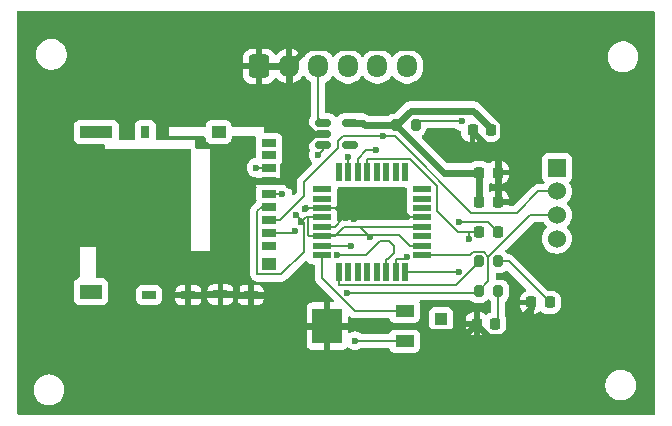
<source format=gbr>
%TF.GenerationSoftware,KiCad,Pcbnew,8.0.8*%
%TF.CreationDate,2025-06-30T12:07:11+05:30*%
%TF.ProjectId,openlog,6f70656e-6c6f-4672-9e6b-696361645f70,rev?*%
%TF.SameCoordinates,Original*%
%TF.FileFunction,Copper,L1,Top*%
%TF.FilePolarity,Positive*%
%FSLAX46Y46*%
G04 Gerber Fmt 4.6, Leading zero omitted, Abs format (unit mm)*
G04 Created by KiCad (PCBNEW 8.0.8) date 2025-06-30 12:07:11*
%MOMM*%
%LPD*%
G01*
G04 APERTURE LIST*
G04 Aperture macros list*
%AMRoundRect*
0 Rectangle with rounded corners*
0 $1 Rounding radius*
0 $2 $3 $4 $5 $6 $7 $8 $9 X,Y pos of 4 corners*
0 Add a 4 corners polygon primitive as box body*
4,1,4,$2,$3,$4,$5,$6,$7,$8,$9,$2,$3,0*
0 Add four circle primitives for the rounded corners*
1,1,$1+$1,$2,$3*
1,1,$1+$1,$4,$5*
1,1,$1+$1,$6,$7*
1,1,$1+$1,$8,$9*
0 Add four rect primitives between the rounded corners*
20,1,$1+$1,$2,$3,$4,$5,0*
20,1,$1+$1,$4,$5,$6,$7,0*
20,1,$1+$1,$6,$7,$8,$9,0*
20,1,$1+$1,$8,$9,$2,$3,0*%
G04 Aperture macros list end*
%TA.AperFunction,SMDPad,CuDef*%
%ADD10RoundRect,0.200000X-0.200000X-0.275000X0.200000X-0.275000X0.200000X0.275000X-0.200000X0.275000X0*%
%TD*%
%TA.AperFunction,SMDPad,CuDef*%
%ADD11RoundRect,0.225000X-0.225000X-0.250000X0.225000X-0.250000X0.225000X0.250000X-0.225000X0.250000X0*%
%TD*%
%TA.AperFunction,ComponentPad*%
%ADD12RoundRect,0.250000X-0.600000X-0.725000X0.600000X-0.725000X0.600000X0.725000X-0.600000X0.725000X0*%
%TD*%
%TA.AperFunction,ComponentPad*%
%ADD13O,1.700000X1.950000*%
%TD*%
%TA.AperFunction,ComponentPad*%
%ADD14R,1.000000X1.000000*%
%TD*%
%TA.AperFunction,ComponentPad*%
%ADD15R,1.524000X1.524000*%
%TD*%
%TA.AperFunction,ComponentPad*%
%ADD16C,1.524000*%
%TD*%
%TA.AperFunction,SMDPad,CuDef*%
%ADD17R,1.600000X1.000000*%
%TD*%
%TA.AperFunction,SMDPad,CuDef*%
%ADD18R,2.500000X3.000000*%
%TD*%
%TA.AperFunction,SMDPad,CuDef*%
%ADD19RoundRect,0.218750X-0.218750X-0.256250X0.218750X-0.256250X0.218750X0.256250X-0.218750X0.256250X0*%
%TD*%
%TA.AperFunction,SMDPad,CuDef*%
%ADD20RoundRect,0.150000X-0.512500X-0.150000X0.512500X-0.150000X0.512500X0.150000X-0.512500X0.150000X0*%
%TD*%
%TA.AperFunction,SMDPad,CuDef*%
%ADD21R,1.200000X0.700000*%
%TD*%
%TA.AperFunction,SMDPad,CuDef*%
%ADD22R,0.800000X1.000000*%
%TD*%
%TA.AperFunction,SMDPad,CuDef*%
%ADD23R,1.200000X1.000000*%
%TD*%
%TA.AperFunction,SMDPad,CuDef*%
%ADD24R,2.800000X1.000000*%
%TD*%
%TA.AperFunction,SMDPad,CuDef*%
%ADD25R,1.900000X1.300000*%
%TD*%
%TA.AperFunction,SMDPad,CuDef*%
%ADD26R,1.600000X0.550000*%
%TD*%
%TA.AperFunction,SMDPad,CuDef*%
%ADD27R,0.550000X1.600000*%
%TD*%
%TA.AperFunction,ViaPad*%
%ADD28C,0.600000*%
%TD*%
%TA.AperFunction,Conductor*%
%ADD29C,0.600000*%
%TD*%
%TA.AperFunction,Conductor*%
%ADD30C,0.200000*%
%TD*%
G04 APERTURE END LIST*
D10*
%TO.P,R3,1*%
%TO.N,+3.3V*%
X127575000Y-61800000D03*
%TO.P,R3,2*%
%TO.N,Net-(U2-~{RESET}{slash}PC6)*%
X129225000Y-61800000D03*
%TD*%
D11*
%TO.P,C2,1*%
%TO.N,+3.3V*%
X134625000Y-65800000D03*
%TO.P,C2,2*%
%TO.N,GND*%
X136175000Y-65800000D03*
%TD*%
D12*
%TO.P,J3,1,Pin_1*%
%TO.N,GND*%
X116000000Y-56800000D03*
D13*
%TO.P,J3,2,Pin_2*%
X118500000Y-56800000D03*
%TO.P,J3,3,Pin_3*%
%TO.N,RAW*%
X121000000Y-56800000D03*
%TO.P,J3,4,Pin_4*%
%TO.N,txo*%
X123500000Y-56800000D03*
%TO.P,J3,5,Pin_5*%
%TO.N,RXI*%
X126000000Y-56800000D03*
%TO.P,J3,6,Pin_6*%
%TO.N,DTR*%
X128500000Y-56800000D03*
%TD*%
D14*
%TO.P,J1,1,Pin_1*%
%TO.N,+3.3V*%
X131400000Y-78200000D03*
%TD*%
D15*
%TO.P,J4,1,Pin_1*%
%TO.N,MISO*%
X141200000Y-65400000D03*
D16*
%TO.P,J4,2,Pin_2*%
%TO.N,MOSI*%
X141200000Y-67400000D03*
%TO.P,J4,3,Pin_3*%
%TO.N,SCK*%
X141200000Y-69400000D03*
%TO.P,J4,4,Pin_4*%
%TO.N,RST*%
X141200000Y-71400000D03*
%TD*%
D17*
%TO.P,Y1,1,1*%
%TO.N,Net-(U2-XTAL2{slash}PB7)*%
X128300000Y-77530000D03*
%TO.P,Y1,2,2*%
%TO.N,Net-(U2-XTAL1{slash}PB6)*%
X128300000Y-80070000D03*
D18*
%TO.P,Y1,3,3*%
%TO.N,GND*%
X121750000Y-78800000D03*
%TD*%
D11*
%TO.P,C4,1*%
%TO.N,Net-(U2-~{RESET}{slash}PC6)*%
X134625000Y-70820000D03*
%TO.P,C4,2*%
%TO.N,DTR*%
X136175000Y-70820000D03*
%TD*%
D10*
%TO.P,R2,1*%
%TO.N,SCK*%
X134575000Y-75840000D03*
%TO.P,R2,2*%
%TO.N,Net-(D1-A)*%
X136225000Y-75840000D03*
%TD*%
D19*
%TO.P,D2,1,K*%
%TO.N,GND*%
X139000000Y-76800000D03*
%TO.P,D2,2,A*%
%TO.N,Net-(D2-A)*%
X140575000Y-76800000D03*
%TD*%
%TO.P,D1,1,K*%
%TO.N,GND*%
X134412500Y-78600000D03*
%TO.P,D1,2,A*%
%TO.N,Net-(D1-A)*%
X135987500Y-78600000D03*
%TD*%
D20*
%TO.P,U1,1,IN*%
%TO.N,RAW*%
X121400000Y-61600000D03*
%TO.P,U1,2,GND*%
%TO.N,GND*%
X121400000Y-62550000D03*
%TO.P,U1,3,EN*%
%TO.N,RAW*%
X121400000Y-63500000D03*
%TO.P,U1,4,BP*%
%TO.N,unconnected-(U1-BP-Pad4)*%
X123675000Y-63500000D03*
%TO.P,U1,5,OUT*%
%TO.N,+3.3V*%
X123675000Y-61600000D03*
%TD*%
D11*
%TO.P,C1,1*%
%TO.N,GND*%
X134050000Y-62200000D03*
%TO.P,C1,2*%
%TO.N,+3.3V*%
X135600000Y-62200000D03*
%TD*%
D10*
%TO.P,R1,1*%
%TO.N,Net-(U2-PD5)*%
X134575000Y-73330000D03*
%TO.P,R1,2*%
%TO.N,Net-(D2-A)*%
X136225000Y-73330000D03*
%TD*%
D21*
%TO.P,J2,1,NC*%
%TO.N,unconnected-(J2-NC-Pad1)*%
X116845000Y-71980000D03*
%TO.P,J2,2,CS*%
%TO.N,CS*%
X116845000Y-70880000D03*
%TO.P,J2,3,DI*%
%TO.N,MOSI*%
X116845000Y-69780000D03*
%TO.P,J2,4,VCC*%
%TO.N,+3.3V*%
X116845000Y-68680000D03*
%TO.P,J2,5,SCK*%
%TO.N,SCK*%
X116845000Y-67580000D03*
%TO.P,J2,6,GND*%
%TO.N,GND*%
X116845000Y-66480000D03*
%TO.P,J2,7,DO*%
%TO.N,MISO*%
X116845000Y-65380000D03*
%TO.P,J2,8,RSV*%
%TO.N,unconnected-(J2-RSV-Pad8)*%
X116845000Y-64280000D03*
%TO.P,J2,9*%
%TO.N,N/C*%
X116845000Y-63330000D03*
D22*
%TO.P,J2,10*%
X106345000Y-62380000D03*
D23*
%TO.P,J2,11*%
X112545000Y-62380000D03*
D24*
X102195000Y-62380000D03*
D23*
X116845000Y-73530000D03*
D25*
X101745000Y-75880000D03*
D21*
%TO.P,J2,CD1,CD2*%
X106660000Y-76165000D03*
%TO.P,J2,CD2,CD2*%
%TO.N,GND*%
X112710000Y-76125000D03*
%TO.P,J2,GND1,SHIELD*%
X115260000Y-76165000D03*
%TO.P,J2,GND2,SHIELD*%
X110000000Y-76200000D03*
%TD*%
D11*
%TO.P,C3,1*%
%TO.N,+3.3V*%
X134625000Y-68310000D03*
%TO.P,C3,2*%
%TO.N,GND*%
X136175000Y-68310000D03*
%TD*%
D26*
%TO.P,U2,1,PD3*%
%TO.N,unconnected-(U2-PD3-Pad1)*%
X121300000Y-67200000D03*
%TO.P,U2,2,PD4*%
%TO.N,unconnected-(U2-PD4-Pad2)*%
X121300000Y-68000000D03*
%TO.P,U2,3,GND*%
%TO.N,GND*%
X121300000Y-68800000D03*
%TO.P,U2,4,VCC*%
%TO.N,+3.3V*%
X121300000Y-69600000D03*
%TO.P,U2,5,GND*%
%TO.N,GND*%
X121300000Y-70400000D03*
%TO.P,U2,6,VCC*%
%TO.N,+3.3V*%
X121300000Y-71200000D03*
%TO.P,U2,7,XTAL1/PB6*%
%TO.N,Net-(U2-XTAL1{slash}PB6)*%
X121300000Y-72000000D03*
%TO.P,U2,8,XTAL2/PB7*%
%TO.N,Net-(U2-XTAL2{slash}PB7)*%
X121300000Y-72800000D03*
D27*
%TO.P,U2,9,PD5*%
%TO.N,Net-(U2-PD5)*%
X122750000Y-74250000D03*
%TO.P,U2,10,PD6*%
%TO.N,unconnected-(U2-PD6-Pad10)*%
X123550000Y-74250000D03*
%TO.P,U2,11,PD7*%
%TO.N,unconnected-(U2-PD7-Pad11)*%
X124350000Y-74250000D03*
%TO.P,U2,12,PB0*%
%TO.N,unconnected-(U2-PB0-Pad12)*%
X125150000Y-74250000D03*
%TO.P,U2,13,PB1*%
%TO.N,unconnected-(U2-PB1-Pad13)*%
X125950000Y-74250000D03*
%TO.P,U2,14,PB2*%
%TO.N,CS*%
X126750000Y-74250000D03*
%TO.P,U2,15,PB3*%
%TO.N,MOSI*%
X127550000Y-74250000D03*
%TO.P,U2,16,PB4*%
%TO.N,MISO*%
X128350000Y-74250000D03*
D26*
%TO.P,U2,17,PB5*%
%TO.N,SCK*%
X129800000Y-72800000D03*
%TO.P,U2,18,AVCC*%
%TO.N,+3.3V*%
X129800000Y-72000000D03*
%TO.P,U2,19,ADC6*%
%TO.N,unconnected-(U2-ADC6-Pad19)*%
X129800000Y-71200000D03*
%TO.P,U2,20,AREF*%
%TO.N,+3.3V*%
X129800000Y-70400000D03*
%TO.P,U2,21,GND*%
%TO.N,GND*%
X129800000Y-69600000D03*
%TO.P,U2,22,ADC7*%
%TO.N,unconnected-(U2-ADC7-Pad22)*%
X129800000Y-68800000D03*
%TO.P,U2,23,PC0*%
%TO.N,unconnected-(U2-PC0-Pad23)*%
X129800000Y-68000000D03*
%TO.P,U2,24,PC1*%
%TO.N,unconnected-(U2-PC1-Pad24)*%
X129800000Y-67200000D03*
D27*
%TO.P,U2,25,PC2*%
%TO.N,CD*%
X128350000Y-65750000D03*
%TO.P,U2,26,PC3*%
%TO.N,unconnected-(U2-PC3-Pad26)*%
X127550000Y-65750000D03*
%TO.P,U2,27,PC4*%
%TO.N,unconnected-(U2-PC4-Pad27)*%
X126750000Y-65750000D03*
%TO.P,U2,28,PC5*%
%TO.N,unconnected-(U2-PC5-Pad28)*%
X125950000Y-65750000D03*
%TO.P,U2,29,~{RESET}/PC6*%
%TO.N,Net-(U2-~{RESET}{slash}PC6)*%
X125150000Y-65750000D03*
%TO.P,U2,30,PD0*%
%TO.N,RXI*%
X124350000Y-65750000D03*
%TO.P,U2,31,PD1*%
%TO.N,txo*%
X123550000Y-65750000D03*
%TO.P,U2,32,PD2*%
%TO.N,unconnected-(U2-PD2-Pad32)*%
X122750000Y-65750000D03*
%TD*%
D28*
%TO.N,+3.3V*%
X119538140Y-69990078D03*
X125382000Y-71218000D03*
X124951600Y-61800000D03*
X119124255Y-69392395D03*
%TO.N,GND*%
X119878753Y-68901749D03*
X124051600Y-69700000D03*
X118503989Y-66845439D03*
X123320023Y-69681573D03*
%TO.N,DTR*%
X132921100Y-70023900D03*
%TO.N,Net-(U2-~{RESET}{slash}PC6)*%
X133134000Y-61460500D03*
X133747300Y-71468500D03*
%TO.N,MISO*%
X115741100Y-65380000D03*
X132866300Y-74250000D03*
%TO.N,SCK*%
X117956600Y-67580000D03*
X123436900Y-76030300D03*
%TO.N,CS*%
X122616100Y-72800000D03*
X119043400Y-70741900D03*
%TO.N,MOSI*%
X126479200Y-62700000D03*
X128483300Y-72947400D03*
%TO.N,RAW*%
X121000000Y-64305200D03*
%TO.N,RXI*%
X125870200Y-63924100D03*
%TO.N,txo*%
X123500000Y-64443600D03*
%TO.N,Net-(U2-XTAL1{slash}PB6)*%
X124100600Y-80050000D03*
X123787200Y-72000000D03*
%TD*%
D29*
%TO.N,+3.3V*%
X123675000Y-61600000D02*
X124751600Y-61600000D01*
X135600000Y-62200000D02*
X135600000Y-62057600D01*
D30*
X123400000Y-70400000D02*
X123175000Y-70400000D01*
X128725000Y-72000000D02*
X129800000Y-72000000D01*
X115845000Y-74430000D02*
X115845000Y-69030000D01*
X122375000Y-71200000D02*
X121300000Y-71200000D01*
X120225000Y-71200000D02*
X120100000Y-71075000D01*
X123175000Y-70400000D02*
X122375000Y-71200000D01*
D29*
X134625000Y-65800000D02*
X131596100Y-65800000D01*
D30*
X123400000Y-70400000D02*
X124564000Y-70400000D01*
X116195000Y-68680000D02*
X116845000Y-68680000D01*
X129800000Y-70400000D02*
X123400000Y-70400000D01*
X124564000Y-70400000D02*
X125382000Y-71218000D01*
X121397400Y-71102600D02*
X127827600Y-71102600D01*
X119743400Y-72531600D02*
X117845000Y-74430000D01*
D29*
X127575000Y-61800000D02*
X127573300Y-61798300D01*
D30*
X115845000Y-69030000D02*
X116195000Y-68680000D01*
X119124255Y-69392395D02*
X119743400Y-70011540D01*
X120225000Y-69600000D02*
X121300000Y-69600000D01*
D29*
X124751600Y-61600000D02*
X124951600Y-61800000D01*
X127573300Y-61798300D02*
X124953300Y-61798300D01*
D30*
X127827600Y-71102600D02*
X128725000Y-72000000D01*
X117845000Y-74430000D02*
X115845000Y-74430000D01*
D29*
X131596100Y-65800000D02*
X127596100Y-61800000D01*
D30*
X119743400Y-70011540D02*
X119743400Y-72531600D01*
D29*
X134101200Y-60558800D02*
X128837300Y-60558800D01*
D30*
X119538140Y-69990078D02*
X119928218Y-69600000D01*
D29*
X134625000Y-65800000D02*
X134625000Y-68310000D01*
D30*
X120100000Y-69725000D02*
X120225000Y-69600000D01*
X121300000Y-71200000D02*
X120225000Y-71200000D01*
D29*
X128837300Y-60558800D02*
X127596100Y-61800000D01*
X135600000Y-62057600D02*
X134101200Y-60558800D01*
X127596100Y-61800000D02*
X127575000Y-61800000D01*
X124953300Y-61798300D02*
X124951600Y-61800000D01*
D30*
X119928218Y-69600000D02*
X121300000Y-69600000D01*
X121300000Y-71200000D02*
X121397400Y-71102600D01*
X120100000Y-71075000D02*
X120100000Y-69725000D01*
D29*
%TO.N,GND*%
X134050000Y-62200000D02*
X134050000Y-62339200D01*
X121400000Y-62550000D02*
X120619900Y-62550000D01*
X136175000Y-64464200D02*
X136175000Y-65800000D01*
X112109200Y-76125000D02*
X112710000Y-76125000D01*
X118500000Y-60430100D02*
X118500000Y-56800000D01*
X119898300Y-78800000D02*
X117263300Y-76165000D01*
X110000000Y-76200000D02*
X111433300Y-76200000D01*
D30*
X128725000Y-69600000D02*
X127925000Y-68800000D01*
X123320023Y-69681573D02*
X123118427Y-69681573D01*
D29*
X120619900Y-62550000D02*
X118500000Y-60430100D01*
X111433300Y-76200000D02*
X111508300Y-76125000D01*
D30*
X127925000Y-68800000D02*
X121300000Y-68800000D01*
D29*
X116845000Y-66480000D02*
X118138550Y-66480000D01*
X136175000Y-65800000D02*
X136175000Y-68310000D01*
D30*
X119878753Y-68901749D02*
X119980502Y-68800000D01*
D29*
X134371000Y-78641500D02*
X135448100Y-79718600D01*
X136567500Y-79718600D02*
X139000000Y-77286100D01*
D30*
X119980502Y-68800000D02*
X121300000Y-68800000D01*
D29*
X116845000Y-66480000D02*
X118046700Y-66480000D01*
X118046700Y-65123200D02*
X120619900Y-62550000D01*
X129901500Y-78800000D02*
X121750000Y-78800000D01*
X136664200Y-61565800D02*
X130278500Y-55180100D01*
X121750000Y-78800000D02*
X119898300Y-78800000D01*
X135448100Y-79718600D02*
X136567500Y-79718600D01*
X136664200Y-62849000D02*
X136664200Y-61565800D01*
X120119900Y-55180100D02*
X118500000Y-56800000D01*
X118500000Y-56800000D02*
X116000000Y-56800000D01*
X115260000Y-76165000D02*
X114058300Y-76165000D01*
X114018300Y-76125000D02*
X114018300Y-68105000D01*
X134412500Y-78600000D02*
X134371000Y-78641500D01*
X139000000Y-77286100D02*
X139000000Y-76800000D01*
X134050000Y-62339200D02*
X135612000Y-63901200D01*
X116845000Y-66480000D02*
X115643300Y-66480000D01*
D30*
X122375000Y-68800000D02*
X123275000Y-69700000D01*
X121300000Y-68800000D02*
X122375000Y-68800000D01*
D29*
X130403200Y-79301700D02*
X129901500Y-78800000D01*
X134371000Y-78641500D02*
X133710800Y-79301700D01*
X114018300Y-68105000D02*
X115643300Y-66480000D01*
X112710000Y-76125000D02*
X114018300Y-76125000D01*
X114018300Y-76125000D02*
X114058300Y-76165000D01*
X118138550Y-66480000D02*
X118503989Y-66845439D01*
D30*
X123118427Y-69681573D02*
X122400000Y-70400000D01*
D29*
X130278500Y-55180100D02*
X120119900Y-55180100D01*
X133710800Y-79301700D02*
X130403200Y-79301700D01*
X118046700Y-66480000D02*
X118046700Y-65123200D01*
X117263300Y-76165000D02*
X115260000Y-76165000D01*
D30*
X129800000Y-69600000D02*
X128725000Y-69600000D01*
D29*
X135612000Y-63901200D02*
X136664200Y-62849000D01*
X112109200Y-76125000D02*
X111508300Y-76125000D01*
D30*
X123275000Y-69700000D02*
X124051600Y-69700000D01*
X122400000Y-70400000D02*
X121300000Y-70400000D01*
D29*
X135612000Y-63901200D02*
X136175000Y-64464200D01*
D30*
%TO.N,DTR*%
X135378900Y-70023900D02*
X136175000Y-70820000D01*
X132921100Y-70023900D02*
X135378900Y-70023900D01*
%TO.N,Net-(U2-~{RESET}{slash}PC6)*%
X131038900Y-69057500D02*
X132801400Y-70820000D01*
X125150000Y-64648300D02*
X128785300Y-64648300D01*
X128785300Y-64648300D02*
X131038900Y-66901900D01*
X131038900Y-66901900D02*
X131038900Y-69057500D01*
X132801400Y-70820000D02*
X133747300Y-70820000D01*
X133747300Y-70820000D02*
X133747300Y-71468500D01*
X133134000Y-61460500D02*
X129564500Y-61460500D01*
X134625000Y-70820000D02*
X133747300Y-70820000D01*
X125150000Y-65750000D02*
X125150000Y-64648300D01*
X129564500Y-61460500D02*
X129225000Y-61800000D01*
%TO.N,Net-(D1-A)*%
X136225000Y-75840000D02*
X136225000Y-78362500D01*
X136225000Y-78362500D02*
X135987500Y-78600000D01*
%TO.N,Net-(D2-A)*%
X140575000Y-76800000D02*
X137105000Y-73330000D01*
X137105000Y-73330000D02*
X136225000Y-73330000D01*
%TO.N,MISO*%
X128350000Y-74250000D02*
X132866300Y-74250000D01*
X116845000Y-65380000D02*
X115741100Y-65380000D01*
%TO.N,SCK*%
X129800000Y-72800000D02*
X133863900Y-72800000D01*
X138945000Y-69400000D02*
X135400000Y-72945000D01*
X116845000Y-67580000D02*
X117746700Y-67580000D01*
X134384700Y-76030300D02*
X134575000Y-75840000D01*
X141200000Y-69400000D02*
X138945000Y-69400000D01*
X134130100Y-72533800D02*
X134988800Y-72533800D01*
X135400000Y-72945000D02*
X135400000Y-75015000D01*
X135400000Y-75015000D02*
X134575000Y-75840000D01*
X133863900Y-72800000D02*
X134130100Y-72533800D01*
X123436900Y-76030300D02*
X134384700Y-76030300D01*
X134988800Y-72533800D02*
X135400000Y-72945000D01*
X117746700Y-67580000D02*
X117956600Y-67580000D01*
%TO.N,CS*%
X125032100Y-72800000D02*
X122616100Y-72800000D01*
X118905300Y-70880000D02*
X119043400Y-70741900D01*
X126750000Y-73148300D02*
X126868500Y-73148300D01*
X127421800Y-72595000D02*
X127421800Y-72013600D01*
X127421800Y-72013600D02*
X127010800Y-71602600D01*
X127010800Y-71602600D02*
X126229500Y-71602600D01*
X126868500Y-73148300D02*
X127421800Y-72595000D01*
X126229500Y-71602600D02*
X125032100Y-72800000D01*
X116845000Y-70880000D02*
X118905300Y-70880000D01*
X126750000Y-74250000D02*
X126750000Y-73148300D01*
%TO.N,MOSI*%
X139612400Y-67400000D02*
X141200000Y-67400000D01*
X116845000Y-69780000D02*
X117746700Y-69780000D01*
X127550000Y-74250000D02*
X127550000Y-73148300D01*
X119770200Y-67756500D02*
X119770200Y-66624800D01*
X122643500Y-63167600D02*
X123111100Y-62700000D01*
X122643500Y-63751500D02*
X122643500Y-63167600D01*
X119770200Y-66624800D02*
X122643500Y-63751500D01*
X117746700Y-69780000D02*
X119770200Y-67756500D01*
X123111100Y-62700000D02*
X126479200Y-62700000D01*
X127454300Y-62700000D02*
X133959400Y-69205100D01*
X126479200Y-62700000D02*
X127454300Y-62700000D01*
X133959400Y-69205100D02*
X137807300Y-69205100D01*
X127550000Y-73148300D02*
X128282400Y-73148300D01*
X137807300Y-69205100D02*
X139612400Y-67400000D01*
X128282400Y-73148300D02*
X128483300Y-72947400D01*
%TO.N,RAW*%
X121000000Y-61200000D02*
X121400000Y-61600000D01*
X121000000Y-56800000D02*
X121000000Y-61200000D01*
X121400000Y-63905200D02*
X121000000Y-64305200D01*
X121400000Y-63500000D02*
X121400000Y-63905200D01*
%TO.N,RXI*%
X125074200Y-63924100D02*
X125870200Y-63924100D01*
X124350000Y-64648300D02*
X125074200Y-63924100D01*
X124350000Y-65750000D02*
X124350000Y-64648300D01*
%TO.N,txo*%
X123550000Y-64493600D02*
X123500000Y-64443600D01*
X123550000Y-65750000D02*
X123550000Y-64648300D01*
X123550000Y-64648300D02*
X123550000Y-64493600D01*
%TO.N,Net-(U2-PD5)*%
X122750000Y-74250000D02*
X122750000Y-75351700D01*
X134575000Y-73408200D02*
X134575000Y-73330000D01*
X122750000Y-75351700D02*
X132631500Y-75351700D01*
X132631500Y-75351700D02*
X134575000Y-73408200D01*
%TO.N,Net-(U2-XTAL2{slash}PB7)*%
X121300000Y-72800000D02*
X121300000Y-74744200D01*
X121300000Y-74744200D02*
X124085800Y-77530000D01*
X124085800Y-77530000D02*
X128300000Y-77530000D01*
%TO.N,Net-(U2-XTAL1{slash}PB6)*%
X128300000Y-80070000D02*
X127198300Y-80070000D01*
X127198300Y-80070000D02*
X127178300Y-80050000D01*
X121300000Y-72000000D02*
X123787200Y-72000000D01*
X127178300Y-80050000D02*
X124100600Y-80050000D01*
%TD*%
%TA.AperFunction,Conductor*%
%TO.N,GND*%
G36*
X123167514Y-67044089D02*
G01*
X123167517Y-67044091D01*
X123227127Y-67050500D01*
X123872872Y-67050499D01*
X123932483Y-67044091D01*
X123932486Y-67044089D01*
X123936744Y-67043632D01*
X123963254Y-67043632D01*
X123967514Y-67044089D01*
X123967517Y-67044091D01*
X124027127Y-67050500D01*
X124672872Y-67050499D01*
X124732483Y-67044091D01*
X124732486Y-67044089D01*
X124736744Y-67043632D01*
X124763254Y-67043632D01*
X124767514Y-67044089D01*
X124767517Y-67044091D01*
X124827127Y-67050500D01*
X125472872Y-67050499D01*
X125532483Y-67044091D01*
X125532486Y-67044089D01*
X125536744Y-67043632D01*
X125563254Y-67043632D01*
X125567514Y-67044089D01*
X125567517Y-67044091D01*
X125627127Y-67050500D01*
X126272872Y-67050499D01*
X126332483Y-67044091D01*
X126332486Y-67044089D01*
X126336744Y-67043632D01*
X126363254Y-67043632D01*
X126367514Y-67044089D01*
X126367517Y-67044091D01*
X126427127Y-67050500D01*
X127072872Y-67050499D01*
X127132483Y-67044091D01*
X127132486Y-67044089D01*
X127136744Y-67043632D01*
X127163254Y-67043632D01*
X127167514Y-67044089D01*
X127167517Y-67044091D01*
X127227127Y-67050500D01*
X127872872Y-67050499D01*
X127932483Y-67044091D01*
X127932486Y-67044089D01*
X127936744Y-67043632D01*
X127963254Y-67043632D01*
X127967514Y-67044089D01*
X127967517Y-67044091D01*
X128027127Y-67050500D01*
X128375500Y-67050499D01*
X128442539Y-67070183D01*
X128488294Y-67122987D01*
X128499500Y-67174499D01*
X128499500Y-67522869D01*
X128499501Y-67522879D01*
X128506367Y-67586751D01*
X128506367Y-67613257D01*
X128505909Y-67617516D01*
X128505909Y-67617517D01*
X128499500Y-67677127D01*
X128499500Y-67677129D01*
X128499500Y-67677133D01*
X128499500Y-68322870D01*
X128499501Y-68322879D01*
X128506367Y-68386751D01*
X128506367Y-68413257D01*
X128505909Y-68417516D01*
X128505909Y-68417517D01*
X128499500Y-68477127D01*
X128499500Y-68477132D01*
X128499500Y-68477133D01*
X128499500Y-69122870D01*
X128499501Y-69122876D01*
X128506619Y-69189092D01*
X128506619Y-69215599D01*
X128500000Y-69277169D01*
X128500000Y-69350000D01*
X128518591Y-69350000D01*
X128585630Y-69369685D01*
X128617855Y-69399686D01*
X128642454Y-69432546D01*
X128642455Y-69432546D01*
X128642456Y-69432548D01*
X128733540Y-69500734D01*
X128775411Y-69556668D01*
X128780395Y-69626359D01*
X128746909Y-69687682D01*
X128733540Y-69699266D01*
X128635355Y-69772768D01*
X128633560Y-69770370D01*
X128585404Y-69796666D01*
X128559046Y-69799500D01*
X124650669Y-69799500D01*
X124650653Y-69799499D01*
X124643057Y-69799499D01*
X124484943Y-69799499D01*
X124477347Y-69799499D01*
X124477331Y-69799500D01*
X123261669Y-69799500D01*
X123261653Y-69799499D01*
X123254057Y-69799499D01*
X123095943Y-69799499D01*
X122999710Y-69825285D01*
X122943214Y-69840423D01*
X122897041Y-69867082D01*
X122897040Y-69867082D01*
X122806284Y-69919479D01*
X122799985Y-69924313D01*
X122734816Y-69949507D01*
X122666371Y-69935468D01*
X122616381Y-69886654D01*
X122600499Y-69825940D01*
X122600499Y-69277128D01*
X122594091Y-69217517D01*
X122594090Y-69217516D01*
X122593380Y-69210904D01*
X122593381Y-69184393D01*
X122599999Y-69122842D01*
X122600000Y-69122827D01*
X122600000Y-69050000D01*
X122581409Y-69050000D01*
X122514370Y-69030315D01*
X122482144Y-69000313D01*
X122457546Y-68967454D01*
X122366457Y-68899265D01*
X122324588Y-68843333D01*
X122319604Y-68773641D01*
X122353089Y-68712318D01*
X122366452Y-68700738D01*
X122457546Y-68632546D01*
X122482143Y-68599687D01*
X122538076Y-68557818D01*
X122581409Y-68550000D01*
X122600000Y-68550000D01*
X122600000Y-68477172D01*
X122599999Y-68477160D01*
X122593380Y-68415604D01*
X122593380Y-68389090D01*
X122594090Y-68382485D01*
X122594091Y-68382483D01*
X122600500Y-68322873D01*
X122600499Y-67677128D01*
X122594091Y-67617517D01*
X122594089Y-67617513D01*
X122593632Y-67613255D01*
X122593632Y-67586745D01*
X122594089Y-67582486D01*
X122594091Y-67582483D01*
X122600500Y-67522873D01*
X122600499Y-67174498D01*
X122620183Y-67107460D01*
X122672987Y-67061705D01*
X122724499Y-67050499D01*
X123072871Y-67050499D01*
X123072872Y-67050499D01*
X123132483Y-67044091D01*
X123132486Y-67044089D01*
X123136744Y-67043632D01*
X123163254Y-67043632D01*
X123167514Y-67044089D01*
G37*
%TD.AperFunction*%
%TA.AperFunction,Conductor*%
G36*
X119956301Y-68522147D02*
G01*
X119999640Y-68550000D01*
X120018591Y-68550000D01*
X120085630Y-68569685D01*
X120117855Y-68599686D01*
X120142454Y-68632546D01*
X120142455Y-68632546D01*
X120142456Y-68632548D01*
X120233540Y-68700734D01*
X120275411Y-68756668D01*
X120280395Y-68826359D01*
X120246909Y-68887682D01*
X120233540Y-68899266D01*
X120135355Y-68972768D01*
X120133560Y-68970370D01*
X120085404Y-68996666D01*
X120059046Y-68999500D01*
X120014888Y-68999500D01*
X120014872Y-68999499D01*
X120007276Y-68999499D01*
X119891323Y-68999499D01*
X119824284Y-68979814D01*
X119786330Y-68941472D01*
X119754072Y-68890134D01*
X119707617Y-68843679D01*
X119674132Y-68782356D01*
X119679116Y-68712664D01*
X119707617Y-68668317D01*
X119825286Y-68550648D01*
X119886609Y-68517163D01*
X119956301Y-68522147D01*
G37*
%TD.AperFunction*%
%TA.AperFunction,Conductor*%
G36*
X118057370Y-56616657D02*
G01*
X118025000Y-56737465D01*
X118025000Y-56862535D01*
X118057370Y-56983343D01*
X118095854Y-57050000D01*
X116404146Y-57050000D01*
X116442630Y-56983343D01*
X116475000Y-56862535D01*
X116475000Y-56737465D01*
X116442630Y-56616657D01*
X116404146Y-56550000D01*
X118095854Y-56550000D01*
X118057370Y-56616657D01*
G37*
%TD.AperFunction*%
%TA.AperFunction,Conductor*%
G36*
X149442539Y-52120185D02*
G01*
X149488294Y-52172989D01*
X149499500Y-52224500D01*
X149499500Y-86175500D01*
X149479815Y-86242539D01*
X149427011Y-86288294D01*
X149375500Y-86299500D01*
X95624500Y-86299500D01*
X95557461Y-86279815D01*
X95511706Y-86227011D01*
X95500500Y-86175500D01*
X95500500Y-84097648D01*
X96899500Y-84097648D01*
X96899500Y-84302351D01*
X96931522Y-84504534D01*
X96994781Y-84699223D01*
X97087715Y-84881613D01*
X97208028Y-85047213D01*
X97352786Y-85191971D01*
X97507749Y-85304556D01*
X97518390Y-85312287D01*
X97634607Y-85371503D01*
X97700776Y-85405218D01*
X97700778Y-85405218D01*
X97700781Y-85405220D01*
X97805137Y-85439127D01*
X97895465Y-85468477D01*
X97996557Y-85484488D01*
X98097648Y-85500500D01*
X98097649Y-85500500D01*
X98302351Y-85500500D01*
X98302352Y-85500500D01*
X98504534Y-85468477D01*
X98699219Y-85405220D01*
X98881610Y-85312287D01*
X98974590Y-85244732D01*
X99047213Y-85191971D01*
X99047215Y-85191968D01*
X99047219Y-85191966D01*
X99191966Y-85047219D01*
X99191968Y-85047215D01*
X99191971Y-85047213D01*
X99244732Y-84974590D01*
X99312287Y-84881610D01*
X99405220Y-84699219D01*
X99468477Y-84504534D01*
X99500500Y-84302352D01*
X99500500Y-84097648D01*
X99469568Y-83902352D01*
X99468477Y-83895465D01*
X99405218Y-83700776D01*
X99403624Y-83697648D01*
X145299500Y-83697648D01*
X145299500Y-83902351D01*
X145331522Y-84104534D01*
X145394781Y-84299223D01*
X145487715Y-84481613D01*
X145608028Y-84647213D01*
X145752786Y-84791971D01*
X145907749Y-84904556D01*
X145918390Y-84912287D01*
X146034607Y-84971503D01*
X146100776Y-85005218D01*
X146100778Y-85005218D01*
X146100781Y-85005220D01*
X146205137Y-85039127D01*
X146295465Y-85068477D01*
X146396557Y-85084488D01*
X146497648Y-85100500D01*
X146497649Y-85100500D01*
X146702351Y-85100500D01*
X146702352Y-85100500D01*
X146904534Y-85068477D01*
X147099219Y-85005220D01*
X147281610Y-84912287D01*
X147374590Y-84844732D01*
X147447213Y-84791971D01*
X147447215Y-84791968D01*
X147447219Y-84791966D01*
X147591966Y-84647219D01*
X147591968Y-84647215D01*
X147591971Y-84647213D01*
X147644732Y-84574590D01*
X147712287Y-84481610D01*
X147805220Y-84299219D01*
X147868477Y-84104534D01*
X147900500Y-83902352D01*
X147900500Y-83697648D01*
X147868477Y-83495466D01*
X147805220Y-83300781D01*
X147805218Y-83300778D01*
X147805218Y-83300776D01*
X147757960Y-83208028D01*
X147712287Y-83118390D01*
X147704556Y-83107749D01*
X147591971Y-82952786D01*
X147447213Y-82808028D01*
X147281613Y-82687715D01*
X147281612Y-82687714D01*
X147281610Y-82687713D01*
X147224653Y-82658691D01*
X147099223Y-82594781D01*
X146904534Y-82531522D01*
X146729995Y-82503878D01*
X146702352Y-82499500D01*
X146497648Y-82499500D01*
X146473329Y-82503351D01*
X146295465Y-82531522D01*
X146100776Y-82594781D01*
X145918386Y-82687715D01*
X145752786Y-82808028D01*
X145608028Y-82952786D01*
X145487715Y-83118386D01*
X145394781Y-83300776D01*
X145331522Y-83495465D01*
X145299500Y-83697648D01*
X99403624Y-83697648D01*
X99371503Y-83634607D01*
X99312287Y-83518390D01*
X99295631Y-83495465D01*
X99191971Y-83352786D01*
X99047213Y-83208028D01*
X98881613Y-83087715D01*
X98881612Y-83087714D01*
X98881610Y-83087713D01*
X98824653Y-83058691D01*
X98699223Y-82994781D01*
X98504534Y-82931522D01*
X98329995Y-82903878D01*
X98302352Y-82899500D01*
X98097648Y-82899500D01*
X98073329Y-82903351D01*
X97895465Y-82931522D01*
X97700776Y-82994781D01*
X97518386Y-83087715D01*
X97352786Y-83208028D01*
X97208028Y-83352786D01*
X97087715Y-83518386D01*
X96994781Y-83700776D01*
X96931522Y-83895465D01*
X96899500Y-84097648D01*
X95500500Y-84097648D01*
X95500500Y-80347844D01*
X120000000Y-80347844D01*
X120006401Y-80407372D01*
X120006403Y-80407379D01*
X120056645Y-80542086D01*
X120056649Y-80542093D01*
X120142809Y-80657187D01*
X120142812Y-80657190D01*
X120257906Y-80743350D01*
X120257913Y-80743354D01*
X120392620Y-80793596D01*
X120392627Y-80793598D01*
X120452155Y-80799999D01*
X120452172Y-80800000D01*
X121500000Y-80800000D01*
X122000000Y-80800000D01*
X123047828Y-80800000D01*
X123047844Y-80799999D01*
X123107372Y-80793598D01*
X123107379Y-80793596D01*
X123242086Y-80743354D01*
X123242093Y-80743350D01*
X123357186Y-80657191D01*
X123364977Y-80646783D01*
X123420908Y-80604909D01*
X123490599Y-80599920D01*
X123551924Y-80633402D01*
X123598338Y-80679816D01*
X123751078Y-80775789D01*
X123921345Y-80835368D01*
X123921350Y-80835369D01*
X124100596Y-80855565D01*
X124100600Y-80855565D01*
X124100604Y-80855565D01*
X124279849Y-80835369D01*
X124279852Y-80835368D01*
X124279855Y-80835368D01*
X124450122Y-80775789D01*
X124602862Y-80679816D01*
X124602867Y-80679810D01*
X124605697Y-80677555D01*
X124607875Y-80676665D01*
X124608758Y-80676111D01*
X124608855Y-80676265D01*
X124670383Y-80651145D01*
X124683012Y-80650500D01*
X126909750Y-80650500D01*
X126976789Y-80670185D01*
X127022544Y-80722989D01*
X127025932Y-80731168D01*
X127056201Y-80812326D01*
X127056206Y-80812335D01*
X127142452Y-80927544D01*
X127142455Y-80927547D01*
X127257664Y-81013793D01*
X127257671Y-81013797D01*
X127392517Y-81064091D01*
X127392516Y-81064091D01*
X127399444Y-81064835D01*
X127452127Y-81070500D01*
X129147872Y-81070499D01*
X129207483Y-81064091D01*
X129342331Y-81013796D01*
X129457546Y-80927546D01*
X129543796Y-80812331D01*
X129594091Y-80677483D01*
X129600500Y-80617873D01*
X129600499Y-79522128D01*
X129594091Y-79462517D01*
X129579682Y-79423885D01*
X129543797Y-79327671D01*
X129543793Y-79327664D01*
X129457547Y-79212455D01*
X129457544Y-79212452D01*
X129342335Y-79126206D01*
X129342328Y-79126202D01*
X129207482Y-79075908D01*
X129207483Y-79075908D01*
X129147883Y-79069501D01*
X129147881Y-79069500D01*
X129147873Y-79069500D01*
X129147864Y-79069500D01*
X127452129Y-79069500D01*
X127452123Y-79069501D01*
X127392516Y-79075908D01*
X127257671Y-79126202D01*
X127257664Y-79126206D01*
X127142455Y-79212452D01*
X127142452Y-79212455D01*
X127056206Y-79327664D01*
X127056201Y-79327673D01*
X127040851Y-79368832D01*
X126998981Y-79424766D01*
X126933517Y-79449184D01*
X126924669Y-79449500D01*
X124683012Y-79449500D01*
X124615973Y-79429815D01*
X124605697Y-79422445D01*
X124602863Y-79420185D01*
X124602862Y-79420184D01*
X124521136Y-79368832D01*
X124450123Y-79324211D01*
X124279854Y-79264631D01*
X124279849Y-79264630D01*
X124100604Y-79244435D01*
X124100596Y-79244435D01*
X123921350Y-79264630D01*
X123921345Y-79264631D01*
X123751076Y-79324211D01*
X123689972Y-79362606D01*
X123622735Y-79381606D01*
X123555900Y-79361238D01*
X123510686Y-79307970D01*
X123500000Y-79257612D01*
X123500000Y-79050000D01*
X122000000Y-79050000D01*
X122000000Y-80800000D01*
X121500000Y-80800000D01*
X121500000Y-79050000D01*
X120000000Y-79050000D01*
X120000000Y-80347844D01*
X95500500Y-80347844D01*
X95500500Y-77252155D01*
X120000000Y-77252155D01*
X120000000Y-78550000D01*
X121500000Y-78550000D01*
X121500000Y-76800000D01*
X120452155Y-76800000D01*
X120392627Y-76806401D01*
X120392620Y-76806403D01*
X120257913Y-76856645D01*
X120257906Y-76856649D01*
X120142812Y-76942809D01*
X120142809Y-76942812D01*
X120056649Y-77057906D01*
X120056645Y-77057913D01*
X120006403Y-77192620D01*
X120006401Y-77192627D01*
X120000000Y-77252155D01*
X95500500Y-77252155D01*
X95500500Y-75182135D01*
X100294500Y-75182135D01*
X100294500Y-76577870D01*
X100294501Y-76577876D01*
X100300908Y-76637483D01*
X100351202Y-76772328D01*
X100351206Y-76772335D01*
X100437452Y-76887544D01*
X100437455Y-76887547D01*
X100552664Y-76973793D01*
X100552671Y-76973797D01*
X100687517Y-77024091D01*
X100687516Y-77024091D01*
X100694444Y-77024835D01*
X100747127Y-77030500D01*
X102742872Y-77030499D01*
X102802483Y-77024091D01*
X102937331Y-76973796D01*
X103052546Y-76887546D01*
X103138796Y-76772331D01*
X103189091Y-76637483D01*
X103195500Y-76577873D01*
X103195499Y-75767135D01*
X105559500Y-75767135D01*
X105559500Y-76562870D01*
X105559501Y-76562876D01*
X105565908Y-76622483D01*
X105616202Y-76757328D01*
X105616206Y-76757335D01*
X105702452Y-76872544D01*
X105702455Y-76872547D01*
X105817664Y-76958793D01*
X105817671Y-76958797D01*
X105952517Y-77009091D01*
X105952516Y-77009091D01*
X105959444Y-77009835D01*
X106012127Y-77015500D01*
X107307872Y-77015499D01*
X107367483Y-77009091D01*
X107502331Y-76958796D01*
X107617546Y-76872546D01*
X107703796Y-76757331D01*
X107754091Y-76622483D01*
X107756740Y-76597844D01*
X108900000Y-76597844D01*
X108906401Y-76657372D01*
X108906403Y-76657379D01*
X108956645Y-76792086D01*
X108956649Y-76792093D01*
X109042809Y-76907187D01*
X109042812Y-76907190D01*
X109157906Y-76993350D01*
X109157913Y-76993354D01*
X109292620Y-77043596D01*
X109292627Y-77043598D01*
X109352155Y-77049999D01*
X109352172Y-77050000D01*
X109750000Y-77050000D01*
X110250000Y-77050000D01*
X110647828Y-77050000D01*
X110647844Y-77049999D01*
X110707372Y-77043598D01*
X110707379Y-77043596D01*
X110842086Y-76993354D01*
X110842093Y-76993350D01*
X110957187Y-76907190D01*
X110957190Y-76907187D01*
X111043350Y-76792093D01*
X111043354Y-76792086D01*
X111093596Y-76657379D01*
X111093598Y-76657372D01*
X111099999Y-76597844D01*
X111100000Y-76597827D01*
X111100000Y-76522844D01*
X111610000Y-76522844D01*
X111616401Y-76582372D01*
X111616403Y-76582379D01*
X111666645Y-76717086D01*
X111666649Y-76717093D01*
X111752809Y-76832187D01*
X111752812Y-76832190D01*
X111867906Y-76918350D01*
X111867913Y-76918354D01*
X112002620Y-76968596D01*
X112002627Y-76968598D01*
X112062155Y-76974999D01*
X112062172Y-76975000D01*
X112460000Y-76975000D01*
X112960000Y-76975000D01*
X113357828Y-76975000D01*
X113357844Y-76974999D01*
X113417372Y-76968598D01*
X113417379Y-76968596D01*
X113552086Y-76918354D01*
X113552093Y-76918350D01*
X113667187Y-76832190D01*
X113667190Y-76832187D01*
X113753350Y-76717093D01*
X113753354Y-76717086D01*
X113803596Y-76582379D01*
X113803598Y-76582372D01*
X113805698Y-76562844D01*
X114160000Y-76562844D01*
X114166401Y-76622372D01*
X114166403Y-76622379D01*
X114216645Y-76757086D01*
X114216649Y-76757093D01*
X114302809Y-76872187D01*
X114302812Y-76872190D01*
X114417906Y-76958350D01*
X114417913Y-76958354D01*
X114552620Y-77008596D01*
X114552627Y-77008598D01*
X114612155Y-77014999D01*
X114612172Y-77015000D01*
X115010000Y-77015000D01*
X115510000Y-77015000D01*
X115907828Y-77015000D01*
X115907844Y-77014999D01*
X115967372Y-77008598D01*
X115967379Y-77008596D01*
X116102086Y-76958354D01*
X116102093Y-76958350D01*
X116217187Y-76872190D01*
X116217190Y-76872187D01*
X116303350Y-76757093D01*
X116303354Y-76757086D01*
X116353596Y-76622379D01*
X116353598Y-76622372D01*
X116359999Y-76562844D01*
X116360000Y-76562827D01*
X116360000Y-76415000D01*
X115510000Y-76415000D01*
X115510000Y-77015000D01*
X115010000Y-77015000D01*
X115010000Y-76415000D01*
X114160000Y-76415000D01*
X114160000Y-76562844D01*
X113805698Y-76562844D01*
X113809999Y-76522844D01*
X113810000Y-76522827D01*
X113810000Y-76375000D01*
X112960000Y-76375000D01*
X112960000Y-76975000D01*
X112460000Y-76975000D01*
X112460000Y-76375000D01*
X111610000Y-76375000D01*
X111610000Y-76522844D01*
X111100000Y-76522844D01*
X111100000Y-76450000D01*
X110250000Y-76450000D01*
X110250000Y-77050000D01*
X109750000Y-77050000D01*
X109750000Y-76450000D01*
X108900000Y-76450000D01*
X108900000Y-76597844D01*
X107756740Y-76597844D01*
X107760500Y-76562873D01*
X107760499Y-75802155D01*
X108900000Y-75802155D01*
X108900000Y-75950000D01*
X109750000Y-75950000D01*
X110250000Y-75950000D01*
X111100000Y-75950000D01*
X111100000Y-75802172D01*
X111099999Y-75802155D01*
X111093598Y-75742627D01*
X111093596Y-75742620D01*
X111087828Y-75727155D01*
X111610000Y-75727155D01*
X111610000Y-75875000D01*
X112460000Y-75875000D01*
X112960000Y-75875000D01*
X113810000Y-75875000D01*
X113810000Y-75767155D01*
X114160000Y-75767155D01*
X114160000Y-75915000D01*
X115010000Y-75915000D01*
X115510000Y-75915000D01*
X116360000Y-75915000D01*
X116360000Y-75767172D01*
X116359999Y-75767155D01*
X116353598Y-75707627D01*
X116353596Y-75707620D01*
X116303354Y-75572913D01*
X116303350Y-75572906D01*
X116217190Y-75457812D01*
X116217187Y-75457809D01*
X116102093Y-75371649D01*
X116102086Y-75371645D01*
X115967379Y-75321403D01*
X115967372Y-75321401D01*
X115907844Y-75315000D01*
X115510000Y-75315000D01*
X115510000Y-75915000D01*
X115010000Y-75915000D01*
X115010000Y-75315000D01*
X114612155Y-75315000D01*
X114552627Y-75321401D01*
X114552620Y-75321403D01*
X114417913Y-75371645D01*
X114417906Y-75371649D01*
X114302812Y-75457809D01*
X114302809Y-75457812D01*
X114216649Y-75572906D01*
X114216645Y-75572913D01*
X114166403Y-75707620D01*
X114166401Y-75707627D01*
X114160000Y-75767155D01*
X113810000Y-75767155D01*
X113810000Y-75727172D01*
X113809999Y-75727155D01*
X113803598Y-75667627D01*
X113803596Y-75667620D01*
X113753354Y-75532913D01*
X113753350Y-75532906D01*
X113667190Y-75417812D01*
X113667187Y-75417809D01*
X113552093Y-75331649D01*
X113552086Y-75331645D01*
X113417379Y-75281403D01*
X113417372Y-75281401D01*
X113357844Y-75275000D01*
X112960000Y-75275000D01*
X112960000Y-75875000D01*
X112460000Y-75875000D01*
X112460000Y-75275000D01*
X112062155Y-75275000D01*
X112002627Y-75281401D01*
X112002620Y-75281403D01*
X111867913Y-75331645D01*
X111867906Y-75331649D01*
X111752812Y-75417809D01*
X111752809Y-75417812D01*
X111666649Y-75532906D01*
X111666645Y-75532913D01*
X111616403Y-75667620D01*
X111616401Y-75667627D01*
X111610000Y-75727155D01*
X111087828Y-75727155D01*
X111043354Y-75607913D01*
X111043350Y-75607906D01*
X110957190Y-75492812D01*
X110957187Y-75492809D01*
X110842093Y-75406649D01*
X110842086Y-75406645D01*
X110707379Y-75356403D01*
X110707372Y-75356401D01*
X110647844Y-75350000D01*
X110250000Y-75350000D01*
X110250000Y-75950000D01*
X109750000Y-75950000D01*
X109750000Y-75350000D01*
X109352155Y-75350000D01*
X109292627Y-75356401D01*
X109292620Y-75356403D01*
X109157913Y-75406645D01*
X109157906Y-75406649D01*
X109042812Y-75492809D01*
X109042809Y-75492812D01*
X108956649Y-75607906D01*
X108956645Y-75607913D01*
X108906403Y-75742620D01*
X108906401Y-75742627D01*
X108900000Y-75802155D01*
X107760499Y-75802155D01*
X107760499Y-75767128D01*
X107754091Y-75707517D01*
X107739210Y-75667620D01*
X107703797Y-75572671D01*
X107703793Y-75572664D01*
X107617547Y-75457455D01*
X107617544Y-75457452D01*
X107502335Y-75371206D01*
X107502328Y-75371202D01*
X107367482Y-75320908D01*
X107367483Y-75320908D01*
X107307883Y-75314501D01*
X107307881Y-75314500D01*
X107307873Y-75314500D01*
X107307864Y-75314500D01*
X106012129Y-75314500D01*
X106012123Y-75314501D01*
X105952516Y-75320908D01*
X105817671Y-75371202D01*
X105817664Y-75371206D01*
X105702455Y-75457452D01*
X105702452Y-75457455D01*
X105616206Y-75572664D01*
X105616202Y-75572671D01*
X105565908Y-75707517D01*
X105562134Y-75742627D01*
X105559501Y-75767123D01*
X105559500Y-75767135D01*
X103195499Y-75767135D01*
X103195499Y-75182128D01*
X103189091Y-75122517D01*
X103185510Y-75112917D01*
X103138797Y-74987671D01*
X103138793Y-74987664D01*
X103052547Y-74872455D01*
X103052544Y-74872452D01*
X102937335Y-74786206D01*
X102937328Y-74786202D01*
X102802482Y-74735908D01*
X102802483Y-74735908D01*
X102742883Y-74729501D01*
X102742881Y-74729500D01*
X102742873Y-74729500D01*
X102742865Y-74729500D01*
X102269000Y-74729500D01*
X102201961Y-74709815D01*
X102156206Y-74657011D01*
X102145000Y-74605500D01*
X102145000Y-72130000D01*
X100795000Y-72130000D01*
X100795000Y-74612969D01*
X100775315Y-74680008D01*
X100722511Y-74725763D01*
X100694883Y-74733345D01*
X100695068Y-74734124D01*
X100687520Y-74735907D01*
X100552671Y-74786202D01*
X100552664Y-74786206D01*
X100437455Y-74872452D01*
X100437452Y-74872455D01*
X100351206Y-74987664D01*
X100351202Y-74987671D01*
X100300908Y-75122517D01*
X100294501Y-75182116D01*
X100294501Y-75182123D01*
X100294500Y-75182135D01*
X95500500Y-75182135D01*
X95500500Y-61832135D01*
X100294500Y-61832135D01*
X100294500Y-62927870D01*
X100294501Y-62927876D01*
X100300908Y-62987483D01*
X100351202Y-63122328D01*
X100351206Y-63122335D01*
X100437452Y-63237544D01*
X100437455Y-63237547D01*
X100552664Y-63323793D01*
X100552671Y-63323797D01*
X100687517Y-63374091D01*
X100687516Y-63374091D01*
X100694444Y-63374835D01*
X100747127Y-63380500D01*
X102821000Y-63380499D01*
X102888039Y-63400184D01*
X102933794Y-63452987D01*
X102945000Y-63504499D01*
X102945000Y-63780000D01*
X110121000Y-63780000D01*
X110188039Y-63799685D01*
X110233794Y-63852489D01*
X110245000Y-63904000D01*
X110245000Y-72480000D01*
X111845000Y-72480000D01*
X111845000Y-63780000D01*
X110669000Y-63780000D01*
X110601961Y-63760315D01*
X110556206Y-63707511D01*
X110545000Y-63656000D01*
X110545000Y-63080000D01*
X107367190Y-63080000D01*
X107300151Y-63060315D01*
X107254396Y-63007511D01*
X107243901Y-62942744D01*
X107245042Y-62932129D01*
X107245500Y-62927873D01*
X107245499Y-61980000D01*
X108345000Y-61980000D01*
X108345000Y-62730000D01*
X111320501Y-62730000D01*
X111387540Y-62749685D01*
X111433295Y-62802489D01*
X111444501Y-62854000D01*
X111444501Y-62927876D01*
X111450908Y-62987483D01*
X111501202Y-63122328D01*
X111501206Y-63122335D01*
X111587452Y-63237544D01*
X111587455Y-63237547D01*
X111702664Y-63323793D01*
X111702671Y-63323797D01*
X111837517Y-63374091D01*
X111837516Y-63374091D01*
X111844444Y-63374835D01*
X111897127Y-63380500D01*
X113192872Y-63380499D01*
X113252483Y-63374091D01*
X113387331Y-63323796D01*
X113502546Y-63237546D01*
X113588796Y-63122331D01*
X113639091Y-62987483D01*
X113645500Y-62927873D01*
X113645500Y-62854000D01*
X113665185Y-62786961D01*
X113717989Y-62741206D01*
X113769500Y-62730000D01*
X115628185Y-62730000D01*
X115695224Y-62749685D01*
X115740979Y-62802489D01*
X115751475Y-62867254D01*
X115750909Y-62872516D01*
X115750909Y-62872517D01*
X115744500Y-62932127D01*
X115744500Y-62932128D01*
X115744500Y-62932132D01*
X115744500Y-63727870D01*
X115744501Y-63727879D01*
X115751367Y-63791751D01*
X115751367Y-63818257D01*
X115750909Y-63822516D01*
X115750909Y-63822517D01*
X115744500Y-63882127D01*
X115744500Y-63882128D01*
X115744500Y-63882132D01*
X115744500Y-64463238D01*
X115724815Y-64530277D01*
X115672011Y-64576032D01*
X115634384Y-64586458D01*
X115561849Y-64594630D01*
X115561845Y-64594631D01*
X115391576Y-64654211D01*
X115238837Y-64750184D01*
X115111284Y-64877737D01*
X115015311Y-65030476D01*
X114955731Y-65200745D01*
X114955730Y-65200750D01*
X114935535Y-65379996D01*
X114935535Y-65380003D01*
X114955730Y-65559249D01*
X114955731Y-65559254D01*
X115015311Y-65729523D01*
X115045686Y-65777864D01*
X115111284Y-65882262D01*
X115238838Y-66009816D01*
X115329180Y-66066582D01*
X115379673Y-66098309D01*
X115391578Y-66105789D01*
X115501579Y-66144280D01*
X115561845Y-66165368D01*
X115561850Y-66165369D01*
X115652301Y-66175560D01*
X115716715Y-66202626D01*
X115726099Y-66211099D01*
X115745000Y-66230000D01*
X116185833Y-66230000D01*
X116193811Y-66230427D01*
X116193817Y-66230322D01*
X116197102Y-66230497D01*
X116197127Y-66230500D01*
X117492872Y-66230499D01*
X117492872Y-66230498D01*
X117496196Y-66230321D01*
X117496201Y-66230426D01*
X117504163Y-66230000D01*
X117945000Y-66230000D01*
X117945000Y-66082172D01*
X117944999Y-66082155D01*
X117938598Y-66022627D01*
X117920479Y-65974048D01*
X117915495Y-65904356D01*
X117920476Y-65887391D01*
X117939091Y-65837483D01*
X117945500Y-65777873D01*
X117945499Y-64982128D01*
X117939091Y-64922517D01*
X117932125Y-64903840D01*
X117920747Y-64873334D01*
X117915762Y-64803643D01*
X117920747Y-64786665D01*
X117939089Y-64737488D01*
X117939091Y-64737483D01*
X117945500Y-64677873D01*
X117945499Y-63882128D01*
X117939091Y-63822517D01*
X117939089Y-63822513D01*
X117938632Y-63818255D01*
X117938633Y-63791745D01*
X117942844Y-63752573D01*
X117945500Y-63727873D01*
X117945499Y-62932128D01*
X117939091Y-62872517D01*
X117912972Y-62802489D01*
X117888797Y-62737671D01*
X117888793Y-62737664D01*
X117802547Y-62622455D01*
X117802544Y-62622452D01*
X117687335Y-62536206D01*
X117687328Y-62536202D01*
X117552482Y-62485908D01*
X117552483Y-62485908D01*
X117492883Y-62479501D01*
X117492881Y-62479500D01*
X117492873Y-62479500D01*
X117492865Y-62479500D01*
X116519000Y-62479500D01*
X116451961Y-62459815D01*
X116406206Y-62407011D01*
X116395000Y-62355500D01*
X116395000Y-61980000D01*
X113769499Y-61980000D01*
X113702460Y-61960315D01*
X113656705Y-61907511D01*
X113645499Y-61856000D01*
X113645499Y-61832129D01*
X113645498Y-61832123D01*
X113645497Y-61832116D01*
X113639091Y-61772517D01*
X113590151Y-61641303D01*
X113588797Y-61637671D01*
X113588793Y-61637664D01*
X113502547Y-61522455D01*
X113502544Y-61522452D01*
X113387335Y-61436206D01*
X113387328Y-61436202D01*
X113252482Y-61385908D01*
X113252483Y-61385908D01*
X113192883Y-61379501D01*
X113192881Y-61379500D01*
X113192873Y-61379500D01*
X113192864Y-61379500D01*
X111897129Y-61379500D01*
X111897123Y-61379501D01*
X111837516Y-61385908D01*
X111702671Y-61436202D01*
X111702664Y-61436206D01*
X111587455Y-61522452D01*
X111587452Y-61522455D01*
X111501206Y-61637664D01*
X111501202Y-61637671D01*
X111450908Y-61772517D01*
X111446266Y-61815701D01*
X111444501Y-61832123D01*
X111444500Y-61832135D01*
X111444500Y-61856000D01*
X111424815Y-61923039D01*
X111372011Y-61968794D01*
X111320500Y-61980000D01*
X108345000Y-61980000D01*
X107245499Y-61980000D01*
X107245499Y-61832128D01*
X107239091Y-61772517D01*
X107190151Y-61641303D01*
X107188797Y-61637671D01*
X107188793Y-61637664D01*
X107102547Y-61522455D01*
X107102544Y-61522452D01*
X106987335Y-61436206D01*
X106987328Y-61436202D01*
X106852482Y-61385908D01*
X106852483Y-61385908D01*
X106792883Y-61379501D01*
X106792881Y-61379500D01*
X106792873Y-61379500D01*
X106792864Y-61379500D01*
X105897129Y-61379500D01*
X105897123Y-61379501D01*
X105837516Y-61385908D01*
X105702671Y-61436202D01*
X105702664Y-61436206D01*
X105587455Y-61522452D01*
X105587452Y-61522455D01*
X105501206Y-61637664D01*
X105501202Y-61637671D01*
X105450908Y-61772517D01*
X105446266Y-61815701D01*
X105444501Y-61832123D01*
X105444500Y-61832135D01*
X105444500Y-62927870D01*
X105444501Y-62927874D01*
X105446100Y-62942746D01*
X105433694Y-63011505D01*
X105386083Y-63062642D01*
X105322810Y-63080000D01*
X104217190Y-63080000D01*
X104150151Y-63060315D01*
X104104396Y-63007511D01*
X104093901Y-62942744D01*
X104095042Y-62932129D01*
X104095500Y-62927873D01*
X104095499Y-61832128D01*
X104089091Y-61772517D01*
X104040151Y-61641303D01*
X104038797Y-61637671D01*
X104038793Y-61637664D01*
X103952547Y-61522455D01*
X103952544Y-61522452D01*
X103837335Y-61436206D01*
X103837328Y-61436202D01*
X103702482Y-61385908D01*
X103702483Y-61385908D01*
X103642883Y-61379501D01*
X103642881Y-61379500D01*
X103642873Y-61379500D01*
X103642864Y-61379500D01*
X100747129Y-61379500D01*
X100747123Y-61379501D01*
X100687516Y-61385908D01*
X100552671Y-61436202D01*
X100552664Y-61436206D01*
X100437455Y-61522452D01*
X100437452Y-61522455D01*
X100351206Y-61637664D01*
X100351202Y-61637671D01*
X100300908Y-61772517D01*
X100296266Y-61815701D01*
X100294501Y-61832123D01*
X100294500Y-61832135D01*
X95500500Y-61832135D01*
X95500500Y-55697648D01*
X97099500Y-55697648D01*
X97099500Y-55902351D01*
X97131522Y-56104534D01*
X97194781Y-56299223D01*
X97287715Y-56481613D01*
X97408028Y-56647213D01*
X97552786Y-56791971D01*
X97707749Y-56904556D01*
X97718390Y-56912287D01*
X97834607Y-56971503D01*
X97900776Y-57005218D01*
X97900778Y-57005218D01*
X97900781Y-57005220D01*
X97981004Y-57031286D01*
X98095465Y-57068477D01*
X98196557Y-57084488D01*
X98297648Y-57100500D01*
X98297649Y-57100500D01*
X98502351Y-57100500D01*
X98502352Y-57100500D01*
X98704534Y-57068477D01*
X98899219Y-57005220D01*
X99081610Y-56912287D01*
X99174590Y-56844732D01*
X99247213Y-56791971D01*
X99247215Y-56791968D01*
X99247219Y-56791966D01*
X99391966Y-56647219D01*
X99391968Y-56647215D01*
X99391971Y-56647213D01*
X99492864Y-56508343D01*
X99512287Y-56481610D01*
X99605220Y-56299219D01*
X99668477Y-56104534D01*
X99681072Y-56025013D01*
X114650000Y-56025013D01*
X114650000Y-56550000D01*
X115595854Y-56550000D01*
X115557370Y-56616657D01*
X115525000Y-56737465D01*
X115525000Y-56862535D01*
X115557370Y-56983343D01*
X115595854Y-57050000D01*
X114650001Y-57050000D01*
X114650001Y-57574986D01*
X114660494Y-57677697D01*
X114715641Y-57844119D01*
X114715643Y-57844124D01*
X114807684Y-57993345D01*
X114931654Y-58117315D01*
X115080875Y-58209356D01*
X115080880Y-58209358D01*
X115247302Y-58264505D01*
X115247309Y-58264506D01*
X115350019Y-58274999D01*
X115749999Y-58274999D01*
X115750000Y-58274998D01*
X115750000Y-57204145D01*
X115816657Y-57242630D01*
X115937465Y-57275000D01*
X116062535Y-57275000D01*
X116183343Y-57242630D01*
X116250000Y-57204145D01*
X116250000Y-58274999D01*
X116649972Y-58274999D01*
X116649986Y-58274998D01*
X116752697Y-58264505D01*
X116919119Y-58209358D01*
X116919124Y-58209356D01*
X117068345Y-58117315D01*
X117192317Y-57993343D01*
X117288085Y-57838078D01*
X117340033Y-57791353D01*
X117408995Y-57780130D01*
X117473077Y-57807973D01*
X117481305Y-57815493D01*
X117620535Y-57954723D01*
X117620540Y-57954727D01*
X117792442Y-58079620D01*
X117981782Y-58176095D01*
X118183871Y-58241757D01*
X118250000Y-58252231D01*
X118250000Y-57204145D01*
X118316657Y-57242630D01*
X118437465Y-57275000D01*
X118562535Y-57275000D01*
X118683343Y-57242630D01*
X118750000Y-57204145D01*
X118750000Y-58252230D01*
X118816126Y-58241757D01*
X118816129Y-58241757D01*
X119018217Y-58176095D01*
X119207557Y-58079620D01*
X119379459Y-57954727D01*
X119379464Y-57954723D01*
X119529721Y-57804466D01*
X119649371Y-57639781D01*
X119704701Y-57597115D01*
X119774314Y-57591136D01*
X119836110Y-57623741D01*
X119850008Y-57639781D01*
X119969890Y-57804785D01*
X119969894Y-57804790D01*
X120120213Y-57955109D01*
X120292184Y-58080051D01*
X120292184Y-58080052D01*
X120331793Y-58100233D01*
X120382590Y-58148206D01*
X120399500Y-58210718D01*
X120399500Y-60966899D01*
X120379815Y-61033938D01*
X120373482Y-61042895D01*
X120369422Y-61048129D01*
X120285755Y-61189603D01*
X120285754Y-61189606D01*
X120239902Y-61347426D01*
X120239901Y-61347432D01*
X120237000Y-61384298D01*
X120237000Y-61815701D01*
X120239901Y-61852567D01*
X120239902Y-61852573D01*
X120285754Y-62010393D01*
X120285756Y-62010399D01*
X120286926Y-62012377D01*
X120287369Y-62014126D01*
X120288853Y-62017554D01*
X120288299Y-62017793D01*
X120304103Y-62080102D01*
X120288749Y-62132395D01*
X120289317Y-62132641D01*
X120287327Y-62137239D01*
X120286928Y-62138599D01*
X120286222Y-62139791D01*
X120286216Y-62139806D01*
X120240400Y-62297505D01*
X120240399Y-62297511D01*
X120240204Y-62299998D01*
X120240205Y-62300000D01*
X120505685Y-62300000D01*
X120568806Y-62317268D01*
X120627102Y-62351744D01*
X120640030Y-62355500D01*
X120784926Y-62397597D01*
X120784929Y-62397597D01*
X120784931Y-62397598D01*
X120821806Y-62400500D01*
X120821814Y-62400500D01*
X121276000Y-62400500D01*
X121343039Y-62420185D01*
X121388794Y-62472989D01*
X121400000Y-62524500D01*
X121400000Y-62575500D01*
X121380315Y-62642539D01*
X121327511Y-62688294D01*
X121276000Y-62699500D01*
X120821798Y-62699500D01*
X120784932Y-62702401D01*
X120784926Y-62702402D01*
X120627106Y-62748254D01*
X120627103Y-62748255D01*
X120568806Y-62782732D01*
X120505685Y-62800000D01*
X120240205Y-62800000D01*
X120240204Y-62800001D01*
X120240399Y-62802488D01*
X120240400Y-62802494D01*
X120286216Y-62960193D01*
X120286220Y-62960203D01*
X120286927Y-62961398D01*
X120287195Y-62962454D01*
X120289316Y-62967356D01*
X120288524Y-62967698D01*
X120304103Y-63029123D01*
X120288493Y-63082284D01*
X120288855Y-63082441D01*
X120287587Y-63085369D01*
X120286927Y-63087620D01*
X120285759Y-63089594D01*
X120285754Y-63089607D01*
X120239902Y-63247426D01*
X120239901Y-63247432D01*
X120237000Y-63284298D01*
X120237000Y-63715701D01*
X120239901Y-63752567D01*
X120239902Y-63752573D01*
X120276636Y-63879010D01*
X120276437Y-63948880D01*
X120274602Y-63954559D01*
X120214632Y-64125942D01*
X120214630Y-64125950D01*
X120194435Y-64305196D01*
X120194435Y-64305203D01*
X120214630Y-64484449D01*
X120214631Y-64484454D01*
X120274211Y-64654723D01*
X120370184Y-64807462D01*
X120466562Y-64903840D01*
X120500047Y-64965163D01*
X120495063Y-65034855D01*
X120466562Y-65079202D01*
X119289681Y-66256082D01*
X119289677Y-66256087D01*
X119274225Y-66282853D01*
X119262902Y-66302466D01*
X119210623Y-66393015D01*
X119169699Y-66545743D01*
X119169699Y-66545745D01*
X119169699Y-66713846D01*
X119169700Y-66713859D01*
X119169700Y-67456402D01*
X119150015Y-67523441D01*
X119133381Y-67544084D01*
X118970166Y-67707298D01*
X118908843Y-67740782D01*
X118839151Y-67735798D01*
X118783218Y-67693926D01*
X118758801Y-67628462D01*
X118759264Y-67605740D01*
X118762165Y-67580000D01*
X118761702Y-67575893D01*
X118741969Y-67400750D01*
X118741968Y-67400745D01*
X118682388Y-67230476D01*
X118614848Y-67122987D01*
X118586416Y-67077738D01*
X118458862Y-66950184D01*
X118335156Y-66872454D01*
X118306123Y-66854211D01*
X118135854Y-66794631D01*
X118135850Y-66794630D01*
X118036719Y-66783461D01*
X117972305Y-66756394D01*
X117962922Y-66747922D01*
X117945000Y-66730000D01*
X117504167Y-66730000D01*
X117496188Y-66729572D01*
X117496183Y-66729678D01*
X117492879Y-66729500D01*
X117492873Y-66729500D01*
X117492866Y-66729500D01*
X116197129Y-66729500D01*
X116193805Y-66729679D01*
X116193799Y-66729573D01*
X116185837Y-66730000D01*
X115745000Y-66730000D01*
X115745000Y-66877844D01*
X115751401Y-66937372D01*
X115751403Y-66937383D01*
X115769519Y-66985953D01*
X115774503Y-67055644D01*
X115769520Y-67072616D01*
X115750908Y-67122517D01*
X115744501Y-67182116D01*
X115744500Y-67182135D01*
X115744500Y-67977870D01*
X115744501Y-67977876D01*
X115750908Y-68037482D01*
X115769253Y-68086666D01*
X115774237Y-68156358D01*
X115769253Y-68173331D01*
X115750909Y-68222513D01*
X115750909Y-68222515D01*
X115749279Y-68237671D01*
X115722538Y-68302221D01*
X115713671Y-68312091D01*
X115469217Y-68556546D01*
X115469214Y-68556548D01*
X115469215Y-68556549D01*
X115364478Y-68661286D01*
X115364475Y-68661290D01*
X115317940Y-68741893D01*
X115317940Y-68741894D01*
X115285423Y-68798214D01*
X115285423Y-68798215D01*
X115244499Y-68950943D01*
X115244499Y-68950945D01*
X115244499Y-69119046D01*
X115244500Y-69119059D01*
X115244500Y-74350943D01*
X115244500Y-74509057D01*
X115260687Y-74569465D01*
X115285423Y-74661783D01*
X115285426Y-74661790D01*
X115364475Y-74798709D01*
X115364478Y-74798713D01*
X115364480Y-74798716D01*
X115476284Y-74910520D01*
X115476286Y-74910521D01*
X115476290Y-74910524D01*
X115609911Y-74987669D01*
X115613216Y-74989577D01*
X115765943Y-75030500D01*
X117758331Y-75030500D01*
X117758347Y-75030501D01*
X117765943Y-75030501D01*
X117924054Y-75030501D01*
X117924057Y-75030501D01*
X118076785Y-74989577D01*
X118126904Y-74960639D01*
X118213716Y-74910520D01*
X118325520Y-74798716D01*
X118325520Y-74798714D01*
X118335728Y-74788507D01*
X118335730Y-74788504D01*
X119852046Y-73272187D01*
X119913367Y-73238704D01*
X119983059Y-73243688D01*
X120038992Y-73285560D01*
X120055905Y-73316532D01*
X120056200Y-73317325D01*
X120056206Y-73317335D01*
X120142452Y-73432544D01*
X120142455Y-73432547D01*
X120257664Y-73518793D01*
X120257671Y-73518797D01*
X120272187Y-73524211D01*
X120392517Y-73569091D01*
X120452127Y-73575500D01*
X120575500Y-73575499D01*
X120642539Y-73595183D01*
X120688294Y-73647987D01*
X120699500Y-73699499D01*
X120699500Y-74657530D01*
X120699499Y-74657548D01*
X120699499Y-74823254D01*
X120699498Y-74823254D01*
X120740423Y-74975986D01*
X120740424Y-74975987D01*
X120759789Y-75009528D01*
X120819481Y-75112917D01*
X120938349Y-75231785D01*
X120938355Y-75231790D01*
X122294884Y-76588319D01*
X122328369Y-76649642D01*
X122323385Y-76719334D01*
X122281513Y-76775267D01*
X122216049Y-76799684D01*
X122207203Y-76800000D01*
X122000000Y-76800000D01*
X122000000Y-78550000D01*
X123500000Y-78550000D01*
X123500000Y-78092798D01*
X123519685Y-78025759D01*
X123572489Y-77980004D01*
X123641647Y-77970060D01*
X123705203Y-77999085D01*
X123711681Y-78005117D01*
X123717084Y-78010520D01*
X123803895Y-78060639D01*
X123803897Y-78060641D01*
X123833728Y-78077864D01*
X123854015Y-78089577D01*
X124006743Y-78130500D01*
X126917209Y-78130500D01*
X126984248Y-78150185D01*
X127030003Y-78202989D01*
X127033391Y-78211167D01*
X127056202Y-78272328D01*
X127056206Y-78272335D01*
X127142452Y-78387544D01*
X127142455Y-78387547D01*
X127257664Y-78473793D01*
X127257671Y-78473797D01*
X127392517Y-78524091D01*
X127392516Y-78524091D01*
X127399444Y-78524835D01*
X127452127Y-78530500D01*
X129147872Y-78530499D01*
X129207483Y-78524091D01*
X129342331Y-78473796D01*
X129457546Y-78387546D01*
X129543796Y-78272331D01*
X129594091Y-78137483D01*
X129600500Y-78077873D01*
X129600500Y-77652135D01*
X130399500Y-77652135D01*
X130399500Y-78747870D01*
X130399501Y-78747876D01*
X130405908Y-78807483D01*
X130456202Y-78942328D01*
X130456206Y-78942335D01*
X130542452Y-79057544D01*
X130542455Y-79057547D01*
X130657664Y-79143793D01*
X130657671Y-79143797D01*
X130792517Y-79194091D01*
X130792516Y-79194091D01*
X130799444Y-79194835D01*
X130852127Y-79200500D01*
X131947872Y-79200499D01*
X132007483Y-79194091D01*
X132142331Y-79143796D01*
X132257546Y-79057546D01*
X132343796Y-78942331D01*
X132358036Y-78904152D01*
X133475001Y-78904152D01*
X133485056Y-79002583D01*
X133537906Y-79162072D01*
X133537908Y-79162077D01*
X133626114Y-79305080D01*
X133744919Y-79423885D01*
X133887922Y-79512091D01*
X133887927Y-79512093D01*
X134047416Y-79564942D01*
X134145856Y-79574999D01*
X134162500Y-79574998D01*
X134162500Y-78850000D01*
X133475001Y-78850000D01*
X133475001Y-78904152D01*
X132358036Y-78904152D01*
X132394091Y-78807483D01*
X132400500Y-78747873D01*
X132400500Y-78295849D01*
X133475000Y-78295849D01*
X133475000Y-78350000D01*
X134162500Y-78350000D01*
X134162500Y-77624999D01*
X134145856Y-77625000D01*
X134047415Y-77635057D01*
X133887927Y-77687906D01*
X133887922Y-77687908D01*
X133744919Y-77776114D01*
X133626114Y-77894919D01*
X133537908Y-78037922D01*
X133537906Y-78037927D01*
X133485057Y-78197416D01*
X133475000Y-78295849D01*
X132400500Y-78295849D01*
X132400499Y-77652128D01*
X132394091Y-77592517D01*
X132393898Y-77592000D01*
X132343797Y-77457671D01*
X132343793Y-77457664D01*
X132257547Y-77342455D01*
X132257544Y-77342452D01*
X132142335Y-77256206D01*
X132142328Y-77256202D01*
X132007482Y-77205908D01*
X132007483Y-77205908D01*
X131947883Y-77199501D01*
X131947881Y-77199500D01*
X131947873Y-77199500D01*
X131947864Y-77199500D01*
X130852129Y-77199500D01*
X130852123Y-77199501D01*
X130792516Y-77205908D01*
X130657671Y-77256202D01*
X130657664Y-77256206D01*
X130542455Y-77342452D01*
X130542452Y-77342455D01*
X130456206Y-77457664D01*
X130456202Y-77457671D01*
X130405908Y-77592517D01*
X130401412Y-77634340D01*
X130399501Y-77652123D01*
X130399500Y-77652135D01*
X129600500Y-77652135D01*
X129600499Y-76982128D01*
X129594808Y-76929184D01*
X129594091Y-76922516D01*
X129547699Y-76798133D01*
X129542715Y-76728441D01*
X129576200Y-76667118D01*
X129637523Y-76633634D01*
X129663881Y-76630800D01*
X133848780Y-76630800D01*
X133915819Y-76650485D01*
X133936461Y-76667119D01*
X133939811Y-76670469D01*
X133939813Y-76670470D01*
X133939815Y-76670472D01*
X134085394Y-76758478D01*
X134247804Y-76809086D01*
X134318384Y-76815500D01*
X134318387Y-76815500D01*
X134831613Y-76815500D01*
X134831616Y-76815500D01*
X134902196Y-76809086D01*
X135064606Y-76758478D01*
X135210185Y-76670472D01*
X135312320Y-76568336D01*
X135373641Y-76534853D01*
X135443333Y-76539837D01*
X135487681Y-76568338D01*
X135588181Y-76668838D01*
X135621666Y-76730161D01*
X135624500Y-76756519D01*
X135624500Y-77544299D01*
X135604815Y-77611338D01*
X135552011Y-77657093D01*
X135539504Y-77662005D01*
X135462715Y-77687450D01*
X135462704Y-77687455D01*
X135319612Y-77775716D01*
X135319607Y-77775719D01*
X135287327Y-77808000D01*
X135226003Y-77841485D01*
X135156312Y-77836499D01*
X135111967Y-77808000D01*
X135080080Y-77776114D01*
X134937077Y-77687908D01*
X134937072Y-77687906D01*
X134777583Y-77635057D01*
X134679150Y-77625000D01*
X134662500Y-77625000D01*
X134662500Y-79574999D01*
X134679136Y-79574999D01*
X134679152Y-79574998D01*
X134777583Y-79564943D01*
X134937072Y-79512093D01*
X134937077Y-79512091D01*
X135080080Y-79423885D01*
X135111966Y-79392000D01*
X135173289Y-79358515D01*
X135242981Y-79363499D01*
X135287328Y-79392000D01*
X135319608Y-79424280D01*
X135319612Y-79424283D01*
X135462704Y-79512544D01*
X135462707Y-79512545D01*
X135462713Y-79512549D01*
X135622315Y-79565436D01*
X135720826Y-79575500D01*
X135720831Y-79575500D01*
X136254169Y-79575500D01*
X136254174Y-79575500D01*
X136352685Y-79565436D01*
X136512287Y-79512549D01*
X136655391Y-79424281D01*
X136774281Y-79305391D01*
X136862549Y-79162287D01*
X136915436Y-79002685D01*
X136925500Y-78904174D01*
X136925500Y-78295826D01*
X136915436Y-78197315D01*
X136862549Y-78037713D01*
X136853010Y-78022248D01*
X136843961Y-78007576D01*
X136825500Y-77942480D01*
X136825500Y-77104152D01*
X138062501Y-77104152D01*
X138072556Y-77202583D01*
X138125406Y-77362072D01*
X138125408Y-77362077D01*
X138213614Y-77505080D01*
X138332419Y-77623885D01*
X138475422Y-77712091D01*
X138475427Y-77712093D01*
X138634916Y-77764942D01*
X138733356Y-77774999D01*
X138750000Y-77774998D01*
X138750000Y-77050000D01*
X138062501Y-77050000D01*
X138062501Y-77104152D01*
X136825500Y-77104152D01*
X136825500Y-76756519D01*
X136845185Y-76689480D01*
X136861814Y-76668842D01*
X136980472Y-76550185D01*
X137068478Y-76404606D01*
X137119086Y-76242196D01*
X137125500Y-76171616D01*
X137125500Y-75508384D01*
X137119086Y-75437804D01*
X137068478Y-75275394D01*
X136980472Y-75129815D01*
X136980470Y-75129813D01*
X136980469Y-75129811D01*
X136860188Y-75009530D01*
X136827180Y-74989576D01*
X136714606Y-74921522D01*
X136552196Y-74870914D01*
X136552194Y-74870913D01*
X136552192Y-74870913D01*
X136502778Y-74866423D01*
X136481616Y-74864500D01*
X136481613Y-74864500D01*
X136124500Y-74864500D01*
X136057461Y-74844815D01*
X136011706Y-74792011D01*
X136000500Y-74740500D01*
X136000500Y-74429500D01*
X136020185Y-74362461D01*
X136072989Y-74316706D01*
X136124500Y-74305500D01*
X136481613Y-74305500D01*
X136481616Y-74305500D01*
X136552196Y-74299086D01*
X136714606Y-74248478D01*
X136860185Y-74160472D01*
X136885530Y-74135126D01*
X136946851Y-74101642D01*
X137016543Y-74106626D01*
X137060892Y-74135127D01*
X138587332Y-75661567D01*
X138620817Y-75722890D01*
X138615833Y-75792582D01*
X138573961Y-75848515D01*
X138538657Y-75866953D01*
X138475430Y-75887905D01*
X138475422Y-75887908D01*
X138332419Y-75976114D01*
X138213614Y-76094919D01*
X138125408Y-76237922D01*
X138125406Y-76237927D01*
X138072557Y-76397416D01*
X138062500Y-76495849D01*
X138062500Y-76550000D01*
X138876000Y-76550000D01*
X138943039Y-76569685D01*
X138988794Y-76622489D01*
X139000000Y-76674000D01*
X139000000Y-76800000D01*
X139126000Y-76800000D01*
X139193039Y-76819685D01*
X139238794Y-76872489D01*
X139250000Y-76924000D01*
X139250000Y-77774999D01*
X139266636Y-77774999D01*
X139266652Y-77774998D01*
X139365083Y-77764943D01*
X139524572Y-77712093D01*
X139524577Y-77712091D01*
X139667580Y-77623885D01*
X139699466Y-77592000D01*
X139760789Y-77558515D01*
X139830481Y-77563499D01*
X139874828Y-77592000D01*
X139907108Y-77624280D01*
X139907112Y-77624283D01*
X140050204Y-77712544D01*
X140050207Y-77712545D01*
X140050213Y-77712549D01*
X140209815Y-77765436D01*
X140308326Y-77775500D01*
X140308331Y-77775500D01*
X140841669Y-77775500D01*
X140841674Y-77775500D01*
X140940185Y-77765436D01*
X141099787Y-77712549D01*
X141242891Y-77624281D01*
X141361781Y-77505391D01*
X141450049Y-77362287D01*
X141502936Y-77202685D01*
X141513000Y-77104174D01*
X141513000Y-76495826D01*
X141502936Y-76397315D01*
X141450049Y-76237713D01*
X141450045Y-76237707D01*
X141450044Y-76237704D01*
X141361783Y-76094612D01*
X141361780Y-76094608D01*
X141242891Y-75975719D01*
X141242887Y-75975716D01*
X141099795Y-75887455D01*
X141099789Y-75887452D01*
X141099787Y-75887451D01*
X140940185Y-75834564D01*
X140940183Y-75834563D01*
X140841681Y-75824500D01*
X140841674Y-75824500D01*
X140500097Y-75824500D01*
X140433058Y-75804815D01*
X140412416Y-75788181D01*
X137592590Y-72968355D01*
X137592588Y-72968352D01*
X137473717Y-72849481D01*
X137473709Y-72849475D01*
X137371702Y-72790582D01*
X137371701Y-72790581D01*
X137371701Y-72790582D01*
X137336785Y-72770423D01*
X137184057Y-72729499D01*
X137184054Y-72729499D01*
X137116715Y-72729499D01*
X137049676Y-72709814D01*
X137010599Y-72669650D01*
X136980471Y-72619814D01*
X136927189Y-72566532D01*
X136865124Y-72504467D01*
X136831641Y-72443147D01*
X136836625Y-72373455D01*
X136865124Y-72329109D01*
X139157416Y-70036819D01*
X139218739Y-70003334D01*
X139245097Y-70000500D01*
X140014695Y-70000500D01*
X140081734Y-70020185D01*
X140116270Y-70053377D01*
X140187359Y-70154902D01*
X140229170Y-70214615D01*
X140229175Y-70214621D01*
X140326872Y-70312318D01*
X140360357Y-70373641D01*
X140355373Y-70443333D01*
X140326873Y-70487680D01*
X140229172Y-70585381D01*
X140102466Y-70766338D01*
X140102465Y-70766340D01*
X140009107Y-70966548D01*
X140009104Y-70966554D01*
X139951930Y-71179929D01*
X139951929Y-71179937D01*
X139932677Y-71399997D01*
X139932677Y-71400002D01*
X139951929Y-71620062D01*
X139951930Y-71620070D01*
X140009104Y-71833445D01*
X140009105Y-71833447D01*
X140009106Y-71833450D01*
X140074748Y-71974221D01*
X140102466Y-72033662D01*
X140102468Y-72033666D01*
X140229170Y-72214615D01*
X140229175Y-72214621D01*
X140385378Y-72370824D01*
X140385384Y-72370829D01*
X140566333Y-72497531D01*
X140566335Y-72497532D01*
X140566338Y-72497534D01*
X140766550Y-72590894D01*
X140979932Y-72648070D01*
X141137123Y-72661822D01*
X141199998Y-72667323D01*
X141200000Y-72667323D01*
X141200002Y-72667323D01*
X141255017Y-72662509D01*
X141420068Y-72648070D01*
X141633450Y-72590894D01*
X141833662Y-72497534D01*
X142014620Y-72370826D01*
X142170826Y-72214620D01*
X142297534Y-72033662D01*
X142390894Y-71833450D01*
X142448070Y-71620068D01*
X142467323Y-71400000D01*
X142448070Y-71179932D01*
X142390894Y-70966550D01*
X142297534Y-70766339D01*
X142170826Y-70585380D01*
X142170824Y-70585377D01*
X142073127Y-70487680D01*
X142039642Y-70426357D01*
X142044626Y-70356665D01*
X142073123Y-70312322D01*
X142170826Y-70214620D01*
X142297534Y-70033662D01*
X142390894Y-69833450D01*
X142448070Y-69620068D01*
X142464091Y-69436948D01*
X142467323Y-69400002D01*
X142467323Y-69399997D01*
X142455233Y-69261806D01*
X142448070Y-69179932D01*
X142390894Y-68966550D01*
X142297534Y-68766339D01*
X142170826Y-68585380D01*
X142170824Y-68585377D01*
X142073127Y-68487680D01*
X142039642Y-68426357D01*
X142044626Y-68356665D01*
X142073123Y-68312322D01*
X142170826Y-68214620D01*
X142297534Y-68033662D01*
X142390894Y-67833450D01*
X142448070Y-67620068D01*
X142462509Y-67455017D01*
X142467323Y-67400002D01*
X142467323Y-67399997D01*
X142452492Y-67230476D01*
X142448070Y-67179932D01*
X142390894Y-66966550D01*
X142297534Y-66766339D01*
X142260625Y-66713628D01*
X142238300Y-66647425D01*
X142255310Y-66579658D01*
X142287889Y-66543244D01*
X142319546Y-66519546D01*
X142405796Y-66404331D01*
X142456091Y-66269483D01*
X142462500Y-66209873D01*
X142462499Y-64590128D01*
X142456091Y-64530517D01*
X142456001Y-64530277D01*
X142405797Y-64395671D01*
X142405793Y-64395664D01*
X142319547Y-64280455D01*
X142319544Y-64280452D01*
X142204335Y-64194206D01*
X142204328Y-64194202D01*
X142069482Y-64143908D01*
X142069483Y-64143908D01*
X142009883Y-64137501D01*
X142009881Y-64137500D01*
X142009873Y-64137500D01*
X142009864Y-64137500D01*
X140390129Y-64137500D01*
X140390123Y-64137501D01*
X140330516Y-64143908D01*
X140195671Y-64194202D01*
X140195664Y-64194206D01*
X140080455Y-64280452D01*
X140080452Y-64280455D01*
X139994206Y-64395664D01*
X139994202Y-64395671D01*
X139943908Y-64530517D01*
X139939187Y-64574435D01*
X139937501Y-64590123D01*
X139937500Y-64590135D01*
X139937500Y-66209870D01*
X139937501Y-66209876D01*
X139943908Y-66269483D01*
X139994202Y-66404328D01*
X139994206Y-66404335D01*
X140080452Y-66519544D01*
X140080455Y-66519547D01*
X140112107Y-66543242D01*
X140153978Y-66599176D01*
X140158962Y-66668867D01*
X140139373Y-66713629D01*
X140128936Y-66728535D01*
X140116271Y-66746621D01*
X140061697Y-66790247D01*
X140014696Y-66799500D01*
X139699069Y-66799500D01*
X139699053Y-66799499D01*
X139691457Y-66799499D01*
X139533343Y-66799499D01*
X139380615Y-66840423D01*
X139380613Y-66840424D01*
X139356732Y-66854210D01*
X139356733Y-66854211D01*
X139243687Y-66919477D01*
X139243682Y-66919481D01*
X139131878Y-67031286D01*
X137594884Y-68568281D01*
X137533561Y-68601766D01*
X137507203Y-68604600D01*
X137220962Y-68604600D01*
X137153923Y-68584915D01*
X137133281Y-68568281D01*
X137125000Y-68560000D01*
X136299000Y-68560000D01*
X136231961Y-68540315D01*
X136186206Y-68487511D01*
X136175000Y-68436000D01*
X136175000Y-68310000D01*
X136049000Y-68310000D01*
X135981961Y-68290315D01*
X135936206Y-68237511D01*
X135925000Y-68186000D01*
X135925000Y-68060000D01*
X136425000Y-68060000D01*
X137124999Y-68060000D01*
X137124999Y-68011692D01*
X137124998Y-68011677D01*
X137114855Y-67912392D01*
X137061547Y-67751518D01*
X137061542Y-67751507D01*
X136972575Y-67607271D01*
X136972572Y-67607267D01*
X136852732Y-67487427D01*
X136852728Y-67487424D01*
X136708492Y-67398457D01*
X136708481Y-67398452D01*
X136547606Y-67345144D01*
X136448322Y-67335000D01*
X136425000Y-67335000D01*
X136425000Y-68060000D01*
X135925000Y-68060000D01*
X135925000Y-67334999D01*
X135901693Y-67335000D01*
X135901674Y-67335001D01*
X135802392Y-67345144D01*
X135641518Y-67398452D01*
X135641509Y-67398456D01*
X135614596Y-67415057D01*
X135547204Y-67433497D01*
X135480540Y-67412574D01*
X135435771Y-67358932D01*
X135425500Y-67309518D01*
X135425500Y-66800481D01*
X135445185Y-66733442D01*
X135497989Y-66687687D01*
X135567147Y-66677743D01*
X135614598Y-66694943D01*
X135641512Y-66711544D01*
X135641518Y-66711547D01*
X135802393Y-66764855D01*
X135901683Y-66774999D01*
X136425000Y-66774999D01*
X136448308Y-66774999D01*
X136448322Y-66774998D01*
X136547607Y-66764855D01*
X136708481Y-66711547D01*
X136708492Y-66711542D01*
X136852728Y-66622575D01*
X136852732Y-66622572D01*
X136972572Y-66502732D01*
X136972575Y-66502728D01*
X137061542Y-66358492D01*
X137061547Y-66358481D01*
X137114855Y-66197606D01*
X137124999Y-66098322D01*
X137125000Y-66098309D01*
X137125000Y-66050000D01*
X136425000Y-66050000D01*
X136425000Y-66774999D01*
X135901683Y-66774999D01*
X135925000Y-66774998D01*
X135925000Y-65550000D01*
X136425000Y-65550000D01*
X137124999Y-65550000D01*
X137124999Y-65501692D01*
X137124998Y-65501677D01*
X137114855Y-65402392D01*
X137061547Y-65241518D01*
X137061542Y-65241507D01*
X136972575Y-65097271D01*
X136972572Y-65097267D01*
X136852732Y-64977427D01*
X136852728Y-64977424D01*
X136708492Y-64888457D01*
X136708481Y-64888452D01*
X136547606Y-64835144D01*
X136448322Y-64825000D01*
X136425000Y-64825000D01*
X136425000Y-65550000D01*
X135925000Y-65550000D01*
X135925000Y-64824999D01*
X135901693Y-64825000D01*
X135901674Y-64825001D01*
X135802392Y-64835144D01*
X135641518Y-64888452D01*
X135641507Y-64888457D01*
X135497271Y-64977424D01*
X135497265Y-64977428D01*
X135488031Y-64986663D01*
X135426707Y-65020146D01*
X135357015Y-65015159D01*
X135312672Y-64986660D01*
X135303044Y-64977032D01*
X135303040Y-64977029D01*
X135158705Y-64888001D01*
X135158699Y-64887998D01*
X135158697Y-64887997D01*
X135114447Y-64873334D01*
X134997709Y-64834651D01*
X134898346Y-64824500D01*
X134351662Y-64824500D01*
X134351644Y-64824501D01*
X134252292Y-64834650D01*
X134252289Y-64834651D01*
X134091305Y-64887996D01*
X134091294Y-64888001D01*
X133940809Y-64980823D01*
X133939131Y-64978103D01*
X133887534Y-64998909D01*
X133875440Y-64999500D01*
X131979040Y-64999500D01*
X131912001Y-64979815D01*
X131891359Y-64963181D01*
X129784173Y-62855995D01*
X129750688Y-62794672D01*
X129755672Y-62724980D01*
X129797544Y-62669047D01*
X129807689Y-62662206D01*
X129860185Y-62630472D01*
X129980472Y-62510185D01*
X130068478Y-62364606D01*
X130119086Y-62202196D01*
X130121668Y-62173777D01*
X130147338Y-62108796D01*
X130204066Y-62068007D01*
X130245159Y-62061000D01*
X132551588Y-62061000D01*
X132618627Y-62080685D01*
X132628903Y-62088055D01*
X132631736Y-62090314D01*
X132631738Y-62090316D01*
X132784478Y-62186289D01*
X132954745Y-62245868D01*
X132989883Y-62249827D01*
X133054296Y-62276892D01*
X133093852Y-62334486D01*
X133100000Y-62373046D01*
X133100000Y-62498306D01*
X133100001Y-62498323D01*
X133110144Y-62597607D01*
X133163452Y-62758481D01*
X133163457Y-62758492D01*
X133252424Y-62902728D01*
X133252427Y-62902732D01*
X133372267Y-63022572D01*
X133372271Y-63022575D01*
X133516507Y-63111542D01*
X133516518Y-63111547D01*
X133677393Y-63164855D01*
X133776683Y-63174999D01*
X133800000Y-63174998D01*
X133800000Y-62324000D01*
X133819685Y-62256961D01*
X133872489Y-62211206D01*
X133924000Y-62200000D01*
X134176000Y-62200000D01*
X134243039Y-62219685D01*
X134288794Y-62272489D01*
X134300000Y-62324000D01*
X134300000Y-63174999D01*
X134323308Y-63174999D01*
X134323322Y-63174998D01*
X134422607Y-63164855D01*
X134583481Y-63111547D01*
X134583492Y-63111542D01*
X134727731Y-63022573D01*
X134736959Y-63013345D01*
X134798279Y-62979856D01*
X134867971Y-62984835D01*
X134912327Y-63013339D01*
X134921955Y-63022967D01*
X134921959Y-63022970D01*
X135066294Y-63111998D01*
X135066297Y-63111999D01*
X135066303Y-63112003D01*
X135227292Y-63165349D01*
X135326655Y-63175500D01*
X135873344Y-63175499D01*
X135873352Y-63175498D01*
X135873355Y-63175498D01*
X135927760Y-63169940D01*
X135972708Y-63165349D01*
X136133697Y-63112003D01*
X136278044Y-63022968D01*
X136397968Y-62903044D01*
X136487003Y-62758697D01*
X136540349Y-62597708D01*
X136550500Y-62498345D01*
X136550499Y-61901656D01*
X136543397Y-61832135D01*
X136540349Y-61802292D01*
X136540348Y-61802289D01*
X136530482Y-61772516D01*
X136487003Y-61641303D01*
X136486999Y-61641297D01*
X136486998Y-61641294D01*
X136397970Y-61496959D01*
X136397967Y-61496955D01*
X136278044Y-61377032D01*
X136278040Y-61377029D01*
X136133705Y-61288001D01*
X136133698Y-61287998D01*
X136133697Y-61287997D01*
X136133694Y-61287996D01*
X136133692Y-61287995D01*
X135972706Y-61234650D01*
X135972707Y-61234650D01*
X135945775Y-61231899D01*
X135881084Y-61205501D01*
X135870699Y-61196222D01*
X134611492Y-59937013D01*
X134611488Y-59937010D01*
X134480385Y-59849409D01*
X134480372Y-59849402D01*
X134334701Y-59789064D01*
X134334689Y-59789061D01*
X134180045Y-59758300D01*
X134180042Y-59758300D01*
X128916142Y-59758300D01*
X128758458Y-59758300D01*
X128758455Y-59758300D01*
X128603810Y-59789061D01*
X128603798Y-59789064D01*
X128458127Y-59849402D01*
X128458114Y-59849409D01*
X128327011Y-59937010D01*
X128327007Y-59937013D01*
X127475841Y-60788181D01*
X127414518Y-60821666D01*
X127388160Y-60824500D01*
X127318384Y-60824500D01*
X127299145Y-60826248D01*
X127247807Y-60830913D01*
X127085393Y-60881522D01*
X126939812Y-60969529D01*
X126937405Y-60971416D01*
X126935318Y-60972246D01*
X126933396Y-60973409D01*
X126933202Y-60973089D01*
X126872491Y-60997261D01*
X126860938Y-60997800D01*
X125328821Y-60997800D01*
X125261782Y-60978115D01*
X125259930Y-60976902D01*
X125130785Y-60890609D01*
X125130772Y-60890602D01*
X124985101Y-60830264D01*
X124985089Y-60830261D01*
X124830445Y-60799500D01*
X124830442Y-60799500D01*
X124253194Y-60799500D01*
X123096806Y-60799500D01*
X123096798Y-60799500D01*
X123059932Y-60802401D01*
X123059926Y-60802402D01*
X122902106Y-60848254D01*
X122902103Y-60848255D01*
X122760637Y-60931917D01*
X122760629Y-60931923D01*
X122644423Y-61048129D01*
X122644414Y-61048140D01*
X122644229Y-61048455D01*
X122644019Y-61048650D01*
X122639639Y-61054298D01*
X122638727Y-61053591D01*
X122593157Y-61096136D01*
X122524415Y-61108637D01*
X122459827Y-61081988D01*
X122435643Y-61054078D01*
X122435361Y-61054298D01*
X122431323Y-61049092D01*
X122430771Y-61048455D01*
X122430585Y-61048140D01*
X122430576Y-61048129D01*
X122314370Y-60931923D01*
X122314362Y-60931917D01*
X122172896Y-60848255D01*
X122172893Y-60848254D01*
X122015073Y-60802402D01*
X122015067Y-60802401D01*
X121978201Y-60799500D01*
X121978194Y-60799500D01*
X121724500Y-60799500D01*
X121657461Y-60779815D01*
X121611706Y-60727011D01*
X121600500Y-60675500D01*
X121600500Y-58210718D01*
X121620185Y-58143679D01*
X121668207Y-58100233D01*
X121707815Y-58080052D01*
X121707815Y-58080051D01*
X121707816Y-58080051D01*
X121799193Y-58013661D01*
X121879786Y-57955109D01*
X121879788Y-57955106D01*
X121879792Y-57955104D01*
X122030104Y-57804792D01*
X122149683Y-57640204D01*
X122205011Y-57597540D01*
X122274624Y-57591561D01*
X122336420Y-57624166D01*
X122350313Y-57640199D01*
X122377557Y-57677697D01*
X122469896Y-57804792D01*
X122620213Y-57955109D01*
X122792179Y-58080048D01*
X122792181Y-58080049D01*
X122792184Y-58080051D01*
X122981588Y-58176557D01*
X123183757Y-58242246D01*
X123393713Y-58275500D01*
X123393714Y-58275500D01*
X123606286Y-58275500D01*
X123606287Y-58275500D01*
X123816243Y-58242246D01*
X124018412Y-58176557D01*
X124207816Y-58080051D01*
X124229789Y-58064086D01*
X124379786Y-57955109D01*
X124379788Y-57955106D01*
X124379792Y-57955104D01*
X124530104Y-57804792D01*
X124649683Y-57640204D01*
X124705011Y-57597540D01*
X124774624Y-57591561D01*
X124836420Y-57624166D01*
X124850313Y-57640199D01*
X124877557Y-57677697D01*
X124969896Y-57804792D01*
X125120213Y-57955109D01*
X125292179Y-58080048D01*
X125292181Y-58080049D01*
X125292184Y-58080051D01*
X125481588Y-58176557D01*
X125683757Y-58242246D01*
X125893713Y-58275500D01*
X125893714Y-58275500D01*
X126106286Y-58275500D01*
X126106287Y-58275500D01*
X126316243Y-58242246D01*
X126518412Y-58176557D01*
X126707816Y-58080051D01*
X126729789Y-58064086D01*
X126879786Y-57955109D01*
X126879788Y-57955106D01*
X126879792Y-57955104D01*
X127030104Y-57804792D01*
X127149683Y-57640204D01*
X127205011Y-57597540D01*
X127274624Y-57591561D01*
X127336420Y-57624166D01*
X127350313Y-57640199D01*
X127377557Y-57677697D01*
X127469896Y-57804792D01*
X127620213Y-57955109D01*
X127792179Y-58080048D01*
X127792181Y-58080049D01*
X127792184Y-58080051D01*
X127981588Y-58176557D01*
X128183757Y-58242246D01*
X128393713Y-58275500D01*
X128393714Y-58275500D01*
X128606286Y-58275500D01*
X128606287Y-58275500D01*
X128816243Y-58242246D01*
X129018412Y-58176557D01*
X129207816Y-58080051D01*
X129229789Y-58064086D01*
X129379786Y-57955109D01*
X129379788Y-57955106D01*
X129379792Y-57955104D01*
X129530104Y-57804792D01*
X129530106Y-57804788D01*
X129530109Y-57804786D01*
X129655048Y-57632820D01*
X129655047Y-57632820D01*
X129655051Y-57632816D01*
X129751557Y-57443412D01*
X129817246Y-57241243D01*
X129850500Y-57031287D01*
X129850500Y-56568713D01*
X129817246Y-56358757D01*
X129751557Y-56156588D01*
X129655051Y-55967184D01*
X129655049Y-55967181D01*
X129655048Y-55967179D01*
X129604531Y-55897648D01*
X145499500Y-55897648D01*
X145499500Y-56102351D01*
X145531522Y-56304534D01*
X145594781Y-56499223D01*
X145687715Y-56681613D01*
X145808028Y-56847213D01*
X145952786Y-56991971D01*
X146058090Y-57068477D01*
X146118390Y-57112287D01*
X146234607Y-57171503D01*
X146300776Y-57205218D01*
X146300778Y-57205218D01*
X146300781Y-57205220D01*
X146405137Y-57239127D01*
X146495465Y-57268477D01*
X146596557Y-57284488D01*
X146697648Y-57300500D01*
X146697649Y-57300500D01*
X146902351Y-57300500D01*
X146902352Y-57300500D01*
X147104534Y-57268477D01*
X147299219Y-57205220D01*
X147481610Y-57112287D01*
X147593099Y-57031286D01*
X147647213Y-56991971D01*
X147647215Y-56991968D01*
X147647219Y-56991966D01*
X147791966Y-56847219D01*
X147791968Y-56847215D01*
X147791971Y-56847213D01*
X147871706Y-56737465D01*
X147912287Y-56681610D01*
X148005220Y-56499219D01*
X148068477Y-56304534D01*
X148100500Y-56102352D01*
X148100500Y-55897648D01*
X148087094Y-55813007D01*
X148068477Y-55695465D01*
X148039127Y-55605137D01*
X148005220Y-55500781D01*
X148005218Y-55500778D01*
X148005218Y-55500776D01*
X147965814Y-55423443D01*
X147912287Y-55318390D01*
X147899490Y-55300776D01*
X147791971Y-55152786D01*
X147647213Y-55008028D01*
X147481613Y-54887715D01*
X147481612Y-54887714D01*
X147481610Y-54887713D01*
X147424653Y-54858691D01*
X147299223Y-54794781D01*
X147104534Y-54731522D01*
X146929995Y-54703878D01*
X146902352Y-54699500D01*
X146697648Y-54699500D01*
X146673329Y-54703351D01*
X146495465Y-54731522D01*
X146300776Y-54794781D01*
X146118386Y-54887715D01*
X145952786Y-55008028D01*
X145808028Y-55152786D01*
X145687715Y-55318386D01*
X145594781Y-55500776D01*
X145531522Y-55695465D01*
X145499500Y-55897648D01*
X129604531Y-55897648D01*
X129530109Y-55795213D01*
X129379786Y-55644890D01*
X129207820Y-55519951D01*
X129018414Y-55423444D01*
X129018413Y-55423443D01*
X129018412Y-55423443D01*
X128816243Y-55357754D01*
X128816241Y-55357753D01*
X128816240Y-55357753D01*
X128654957Y-55332208D01*
X128606287Y-55324500D01*
X128393713Y-55324500D01*
X128345042Y-55332208D01*
X128183760Y-55357753D01*
X127981585Y-55423444D01*
X127792179Y-55519951D01*
X127620213Y-55644890D01*
X127469894Y-55795209D01*
X127469890Y-55795214D01*
X127350318Y-55959793D01*
X127294989Y-56002459D01*
X127225375Y-56008438D01*
X127163580Y-55975833D01*
X127149682Y-55959793D01*
X127030109Y-55795214D01*
X127030105Y-55795209D01*
X126879786Y-55644890D01*
X126707820Y-55519951D01*
X126518414Y-55423444D01*
X126518413Y-55423443D01*
X126518412Y-55423443D01*
X126316243Y-55357754D01*
X126316241Y-55357753D01*
X126316240Y-55357753D01*
X126154957Y-55332208D01*
X126106287Y-55324500D01*
X125893713Y-55324500D01*
X125845042Y-55332208D01*
X125683760Y-55357753D01*
X125481585Y-55423444D01*
X125292179Y-55519951D01*
X125120213Y-55644890D01*
X124969894Y-55795209D01*
X124969890Y-55795214D01*
X124850318Y-55959793D01*
X124794989Y-56002459D01*
X124725375Y-56008438D01*
X124663580Y-55975833D01*
X124649682Y-55959793D01*
X124530109Y-55795214D01*
X124530105Y-55795209D01*
X124379786Y-55644890D01*
X124207820Y-55519951D01*
X124018414Y-55423444D01*
X124018413Y-55423443D01*
X124018412Y-55423443D01*
X123816243Y-55357754D01*
X123816241Y-55357753D01*
X123816240Y-55357753D01*
X123654957Y-55332208D01*
X123606287Y-55324500D01*
X123393713Y-55324500D01*
X123345042Y-55332208D01*
X123183760Y-55357753D01*
X122981585Y-55423444D01*
X122792179Y-55519951D01*
X122620213Y-55644890D01*
X122469894Y-55795209D01*
X122469890Y-55795214D01*
X122350318Y-55959793D01*
X122294989Y-56002459D01*
X122225375Y-56008438D01*
X122163580Y-55975833D01*
X122149682Y-55959793D01*
X122030109Y-55795214D01*
X122030105Y-55795209D01*
X121879786Y-55644890D01*
X121707820Y-55519951D01*
X121518414Y-55423444D01*
X121518413Y-55423443D01*
X121518412Y-55423443D01*
X121316243Y-55357754D01*
X121316241Y-55357753D01*
X121316240Y-55357753D01*
X121154957Y-55332208D01*
X121106287Y-55324500D01*
X120893713Y-55324500D01*
X120845042Y-55332208D01*
X120683760Y-55357753D01*
X120481585Y-55423444D01*
X120292179Y-55519951D01*
X120120213Y-55644890D01*
X119969894Y-55795209D01*
X119969890Y-55795214D01*
X119850008Y-55960218D01*
X119794678Y-56002884D01*
X119725065Y-56008863D01*
X119663270Y-55976257D01*
X119649372Y-55960218D01*
X119529727Y-55795540D01*
X119529723Y-55795535D01*
X119379464Y-55645276D01*
X119379459Y-55645272D01*
X119207557Y-55520379D01*
X119018215Y-55423903D01*
X118816124Y-55358241D01*
X118750000Y-55347768D01*
X118750000Y-56395854D01*
X118683343Y-56357370D01*
X118562535Y-56325000D01*
X118437465Y-56325000D01*
X118316657Y-56357370D01*
X118250000Y-56395854D01*
X118250000Y-55347768D01*
X118249999Y-55347768D01*
X118183875Y-55358241D01*
X117981784Y-55423903D01*
X117792442Y-55520379D01*
X117620541Y-55645271D01*
X117481305Y-55784507D01*
X117419982Y-55817991D01*
X117350290Y-55813007D01*
X117294357Y-55771135D01*
X117288085Y-55761922D01*
X117192315Y-55606654D01*
X117068345Y-55482684D01*
X116919124Y-55390643D01*
X116919119Y-55390641D01*
X116752697Y-55335494D01*
X116752690Y-55335493D01*
X116649986Y-55325000D01*
X116250000Y-55325000D01*
X116250000Y-56395854D01*
X116183343Y-56357370D01*
X116062535Y-56325000D01*
X115937465Y-56325000D01*
X115816657Y-56357370D01*
X115750000Y-56395854D01*
X115750000Y-55325000D01*
X115350028Y-55325000D01*
X115350012Y-55325001D01*
X115247302Y-55335494D01*
X115080880Y-55390641D01*
X115080875Y-55390643D01*
X114931654Y-55482684D01*
X114807684Y-55606654D01*
X114715643Y-55755875D01*
X114715641Y-55755880D01*
X114660494Y-55922302D01*
X114660493Y-55922309D01*
X114650000Y-56025013D01*
X99681072Y-56025013D01*
X99700500Y-55902352D01*
X99700500Y-55697648D01*
X99668477Y-55495466D01*
X99605220Y-55300781D01*
X99605218Y-55300778D01*
X99605218Y-55300776D01*
X99571503Y-55234607D01*
X99512287Y-55118390D01*
X99504556Y-55107749D01*
X99391971Y-54952786D01*
X99247213Y-54808028D01*
X99081613Y-54687715D01*
X99081612Y-54687714D01*
X99081610Y-54687713D01*
X99024653Y-54658691D01*
X98899223Y-54594781D01*
X98704534Y-54531522D01*
X98529995Y-54503878D01*
X98502352Y-54499500D01*
X98297648Y-54499500D01*
X98273329Y-54503351D01*
X98095465Y-54531522D01*
X97900776Y-54594781D01*
X97718386Y-54687715D01*
X97552786Y-54808028D01*
X97408028Y-54952786D01*
X97287715Y-55118386D01*
X97194781Y-55300776D01*
X97131522Y-55495465D01*
X97099500Y-55697648D01*
X95500500Y-55697648D01*
X95500500Y-52224500D01*
X95520185Y-52157461D01*
X95572989Y-52111706D01*
X95624500Y-52100500D01*
X149375500Y-52100500D01*
X149442539Y-52120185D01*
G37*
%TD.AperFunction*%
%TD*%
M02*

</source>
